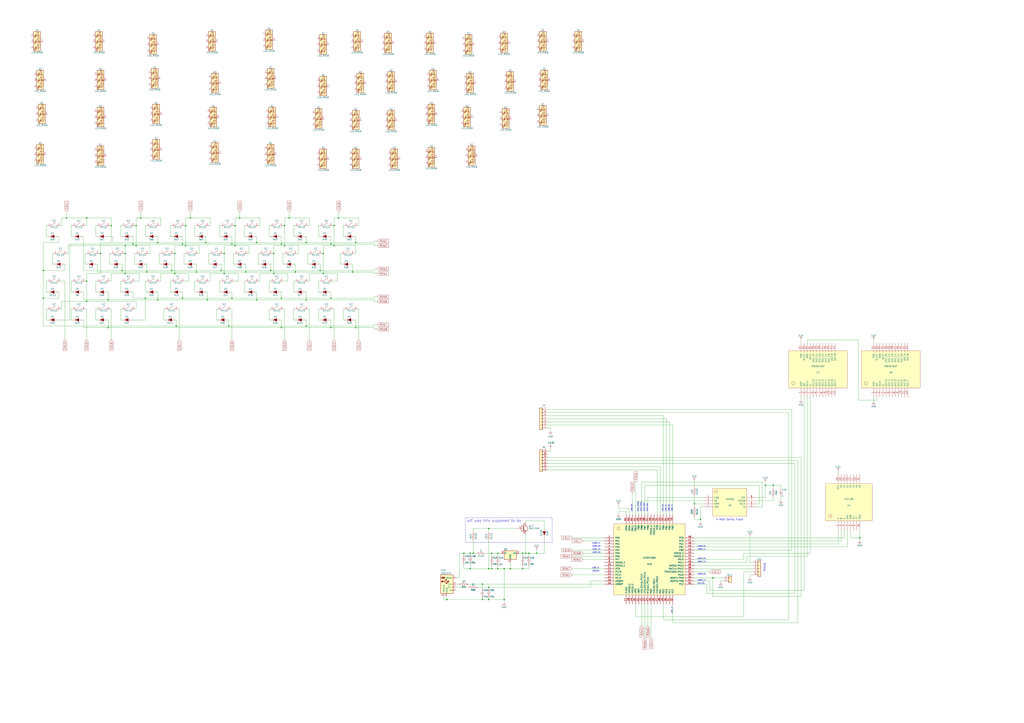
<source format=kicad_sch>
(kicad_sch (version 20250114) (generator "eeschema") (generator_version "9.0")
  (paper "A1")
  (title_block (title "Vortex Core"))
  (text "UR1_TX" (at 547.37 420.37 90) (effects (font (size 1.016 1.016)) (justify left bottom)))
  (text "wtf was this supposed to do" (at 383.54 429.26 0) (effects (font (size 2.032 2.032)) (justify left bottom)))
  (text "USR1_TX" (at 572.77 462.28 0) (effects (font (size 1.016 1.016)) (justify left bottom)))
  (text "SPI1_SEL" (at 532.13 420.37 90) (effects (font (size 1.016 1.016)) (justify left bottom)))
  (text "USR1_RX" (at 572.77 459.74 0) (effects (font (size 1.016 1.016)) (justify left bottom)))
  (text "USR1_TX" (at 486.41 452.12 0) (effects (font (size 1.016 1.016)) (justify left bottom)))
  (text "UR0_RX" (at 519.43 420.37 90) (effects (font (size 1.016 1.016)) (justify left bottom)))
  (text "USR0_TX" (at 572.77 477.52 0) (effects (font (size 1.016 1.016)) (justify left bottom)))
  (text "USR0_RX" (at 486.41 449.58 0) (effects (font (size 1.016 1.016)) (justify left bottom)))
  (text "Debug" (at 628.65 469.9 90) (effects (font (size 1.524 1.524)) (justify left bottom)))
  (text "4 Mbit Serial Flash" (at 588.01 427.99 0) (effects (font (size 1.524 1.524)) (justify left bottom)))
  (text "UR0_TX" (at 486.41 467.36 0) (effects (font (size 1.016 1.016)) (justify left bottom)))
  (text "SPI1_MOSI" (at 527.05 420.37 90) (effects (font (size 1.016 1.016)) (justify left bottom)))
  (text "USR0_RX" (at 572.77 472.44 0) (effects (font (size 1.016 1.016)) (justify left bottom)))
  (text "USR0_TX" (at 486.41 447.04 0) (effects (font (size 1.016 1.016)) (justify left bottom)))
  (text "UR0_TX" (at 552.45 420.37 90) (effects (font (size 1.016 1.016)) (justify left bottom)))
  (text "UR0_RX" (at 486.41 469.9 0) (effects (font (size 1.016 1.016)) (justify left bottom)))
  (text "UR1_TX" (at 552.45 504.19 90) (effects (font (size 1.016 1.016)) (justify left bottom)))
  (text "USR1_RX" (at 486.41 454.66 0) (effects (font (size 1.016 1.016)) (justify left bottom)))
  (text "SPI1_SCK" (at 529.59 420.37 90) (effects (font (size 1.016 1.016)) (justify left bottom)))
  (text "UR1_RX" (at 572.77 480.06 0) (effects (font (size 1.016 1.016)) (justify left bottom)))
  (text "USR0_RX" (at 572.77 449.58 0) (effects (font (size 1.016 1.016)) (justify left bottom)))
  (text "SPI1_MISO" (at 524.51 420.37 90) (effects (font (size 1.016 1.016)) (justify left bottom)))
  (text "USR0_TX" (at 572.77 452.12 0) (effects (font (size 1.016 1.016)) (justify left bottom)))
  (text "UR0_RX" (at 549.91 420.37 90) (effects (font (size 1.016 1.016)) (justify left bottom)))
  (text "UR1_RX" (at 544.83 420.37 90) (effects (font (size 1.016 1.016)) (justify left bottom)))
  (junction (at 149.86 200.66))
  (junction (at 706.12 441.96))
  (junction (at 401.32 482.6))
  (junction (at 419.1 467.36))
  (junction (at 274.32 201.93))
  (junction (at 111.76 185.42))
  (junction (at 152.4 201.93))
  (junction (at 100.33 222.25))
  (junction (at 231.14 245.11))
  (junction (at 71.12 247.65))
  (junction (at 292.1 269.24))
  (junction (at 222.25 222.25))
  (junction (at 271.78 245.11))
  (junction (at 367.03 492.76))
  (junction (at 149.86 245.11))
  (junction (at 168.91 199.39))
  (junction (at 88.9 269.24))
  (junction (at 401.32 467.36))
  (junction (at 431.8 454.66))
  (junction (at 233.68 185.42))
  (junction (at 575.31 426.72))
  (junction (at 35.56 245.11))
  (junction (at 278.13 179.07))
  (junction (at 184.15 208.28))
  (junction (at 91.44 185.42))
  (junction (at 251.46 199.39))
  (junction (at 429.26 454.66))
  (junction (at 187.96 267.97))
  (junction (at 231.14 200.66))
  (junction (at 396.24 480.06))
  (junction (at 274.32 185.42))
  (junction (at 386.08 467.36))
  (junction (at 381 454.66))
  (junction (at 193.04 201.93))
  (junction (at 265.43 224.79))
  (junction (at 161.29 223.52))
  (junction (at 88.9 246.38))
  (junction (at 210.82 246.38))
  (junction (at 408.94 454.66))
  (junction (at 242.57 223.52))
  (junction (at 570.23 414.02))
  (junction (at 193.04 185.42))
  (junction (at 386.08 454.66))
  (junction (at 82.55 208.28))
  (junction (at 401.32 434.34))
  (junction (at 265.43 208.28))
  (junction (at 414.02 492.76))
  (junction (at 71.12 231.14))
  (junction (at 408.94 467.36))
  (junction (at 251.46 267.97))
  (junction (at 190.5 245.11))
  (junction (at 129.54 246.38))
  (junction (at 54.61 179.07))
  (junction (at 237.49 179.07))
  (junction (at 190.5 200.66))
  (junction (at 271.78 200.66))
  (junction (at 440.69 454.66))
  (junction (at 271.78 269.24))
  (junction (at 152.4 185.42))
  (junction (at 292.1 199.39))
  (junction (at 201.93 223.52))
  (junction (at 210.82 199.39))
  (junction (at 403.86 454.66))
  (junction (at 144.78 267.97))
  (junction (at 109.22 200.66))
  (junction (at 231.14 269.24))
  (junction (at 396.24 492.76))
  (junction (at 181.61 222.25))
  (junction (at 129.54 199.39))
  (junction (at 388.62 454.66))
  (junction (at 403.86 467.36))
  (junction (at 111.76 201.93))
  (junction (at 224.79 224.79))
  (junction (at 429.26 467.36))
  (junction (at 635 398.78))
  (junction (at 184.15 224.79))
  (junction (at 119.38 245.11))
  (junction (at 401.32 492.76))
  (junction (at 224.79 208.28))
  (junction (at 170.18 246.38))
  (junction (at 251.46 246.38))
  (junction (at 71.12 179.07))
  (junction (at 102.87 201.93))
  (junction (at 434.34 454.66))
  (junction (at 289.56 223.52))
  (junction (at 196.85 179.07))
  (junction (at 143.51 224.79))
  (junction (at 414.02 467.36))
  (junction (at 233.68 201.93))
  (junction (at 143.51 208.28))
  (junction (at 115.57 179.07))
  (junction (at 102.87 208.28))
  (junction (at 262.89 222.25))
  (junction (at 120.65 223.52))
  (junction (at 585.47 474.98))
  (junction (at 35.56 222.25))
  (junction (at 628.65 398.78))
  (junction (at 140.97 222.25))
  (junction (at 156.21 179.07))
  (junction (at 102.87 224.79))
  (wire (pts (xy 38.1 194.31) (xy 38.1 185.42)))
  (wire (pts (xy 91.44 185.42) (xy 90.17 185.42)))
  (wire (pts (xy 585.47 474.98) (xy 594.36 474.98)))
  (wire (pts (xy 478.79 459.74) (xy 496.57 459.74)))
  (wire (pts (xy 449.58 341.63) (xy 544.83 341.63)))
  (wire (pts (xy 161.29 223.52) (xy 161.29 217.17)))
  (wire (pts (xy 210.82 199.39) (xy 210.82 194.31)))
  (wire (pts (xy 698.5 435.61) (xy 698.5 441.96)))
  (wire (pts (xy 132.08 231.14) (xy 132.08 224.79)))
  (wire (pts (xy 485.14 482.6) (xy 401.32 482.6)))
  (wire (pts (xy 91.44 185.42) (xy 91.44 199.39)))
  (wire (pts (xy 184.15 208.28) (xy 184.15 224.79)))
  (wire (pts (xy 222.25 217.17) (xy 220.98 217.17)))
  (wire (pts (xy 99.06 262.89) (xy 99.06 254)))
  (wire (pts (xy 615.95 440.69) (xy 615.95 462.28)))
  (wire (pts (xy 626.11 396.24) (xy 626.11 416.56)))
  (wire (pts (xy 575.31 426.72) (xy 575.31 429.26)))
  (wire (pts (xy 182.88 208.28) (xy 184.15 208.28)))
  (wire (pts (xy 53.34 279.4) (xy 53.34 231.14)))
  (wire (pts (xy 149.86 194.31) (xy 148.59 194.31)))
  (wire (pts (xy 384.81 480.06) (xy 396.24 480.06)))
  (wire (pts (xy 381 463.55) (xy 381 467.36)))
  (wire (pts (xy 414.02 492.76) (xy 414.02 495.3)))
  (wire (pts (xy 367.03 492.76) (xy 396.24 492.76)))
  (wire (pts (xy 241.3 194.31) (xy 241.3 185.42)))
  (wire (pts (xy 171.45 208.28) (xy 172.72 208.28)))
  (wire (pts (xy 261.62 194.31) (xy 261.62 185.42)))
  (wire (pts (xy 374.65 480.06) (xy 377.19 480.06)))
  (wire (pts (xy 43.18 208.28) (xy 44.45 208.28)))
  (wire (pts (xy 48.26 245.11) (xy 48.26 240.03)))
  (wire (pts (xy 615.95 472.44) (xy 615.95 474.98)))
  (wire (pts (xy 181.61 240.03) (xy 180.34 240.03)))
  (wire (pts (xy 717.55 330.2) (xy 717.55 326.39)))
  (wire (pts (xy 449.58 370.84) (xy 452.12 370.84)))
  (wire (pts (xy 139.7 231.14) (xy 140.97 231.14)))
  (wire (pts (xy 307.34 224.79) (xy 307.34 223.52)))
  (wire (pts (xy 78.74 194.31) (xy 78.74 185.42)))
  (wire (pts (xy 144.78 267.97) (xy 187.96 267.97)))
  (wire (pts (xy 204.47 208.28) (xy 203.2 208.28)))
  (wire (pts (xy 82.55 224.79) (xy 71.12 224.79)))
  (wire (pts (xy 292.1 201.93) (xy 292.1 208.28)))
  (wire (pts (xy 628.65 396.24) (xy 628.65 398.78)))
  (wire (pts (xy 39.37 262.89) (xy 38.1 262.89)))
  (wire (pts (xy 623.57 414.02) (xy 621.03 414.02)))
  (wire (pts (xy 140.97 222.25) (xy 140.97 217.17)))
  (wire (pts (xy 309.88 247.65) (xy 307.34 247.65)))
  (wire (pts (xy 449.58 351.79) (xy 452.12 351.79)))
  (wire (pts (xy 233.68 179.07) (xy 237.49 179.07)))
  (wire (pts (xy 129.54 240.03) (xy 128.27 240.03)))
  (wire (pts (xy 132.08 224.79) (xy 143.51 224.79)))
  (wire (pts (xy 309.88 243.84) (xy 307.34 243.84)))
  (wire (pts (xy 582.93 469.9) (xy 570.23 469.9)))
  (wire (pts (xy 570.23 449.58) (xy 695.96 449.58)))
  (wire (pts (xy 48.26 199.39) (xy 48.26 194.31)))
  (wire (pts (xy 610.87 459.74) (xy 610.87 454.66)))
  (wire (pts (xy 250.19 240.03) (xy 251.46 240.03)))
  (wire (pts (xy 50.8 254) (xy 49.53 254)))
  (wire (pts (xy 55.88 201.93) (xy 55.88 208.28)))
  (wire (pts (xy 171.45 217.17) (xy 171.45 208.28)))
  (wire (pts (xy 210.82 194.31) (xy 209.55 194.31)))
  (wire (pts (xy 163.83 208.28) (xy 162.56 208.28)))
  (wire (pts (xy 532.13 408.94) (xy 577.85 408.94)))
  (wire (pts (xy 401.32 482.6) (xy 392.43 482.6)))
  (wire (pts (xy 485.14 477.52) (xy 485.14 482.6)))
  (wire (pts (xy 180.34 240.03) (xy 180.34 231.14)))
  (wire (pts (xy 213.36 217.17) (xy 212.09 217.17)))
  (wire (pts (xy 294.64 179.07) (xy 294.64 185.42)))
  (wire (pts (xy 251.46 240.03) (xy 251.46 246.38)))
  (wire (pts (xy 529.59 524.51) (xy 529.59 496.57)))
  (wire (pts (xy 115.57 179.07) (xy 115.57 173.99)))
  (wire (pts (xy 220.98 194.31) (xy 220.98 185.42)))
  (wire (pts (xy 35.56 245.11) (xy 48.26 245.11)))
  (wire (pts (xy 254 254) (xy 254 279.4)))
  (wire (pts (xy 570.23 441.96) (xy 693.42 441.96)))
  (wire (pts (xy 59.69 194.31) (xy 58.42 194.31)))
  (wire (pts (xy 408.94 467.36) (xy 408.94 464.82)))
  (wire (pts (xy 210.82 246.38) (xy 210.82 240.03)))
  (wire (pts (xy 233.68 179.07) (xy 233.68 185.42)))
  (wire (pts (xy 283.21 262.89) (xy 281.94 262.89)))
  (wire (pts (xy 251.46 199.39) (xy 292.1 199.39)))
  (wire (pts (xy 69.85 208.28) (xy 71.12 208.28)))
  (wire (pts (xy 142.24 208.28) (xy 143.51 208.28)))
  (wire (pts (xy 143.51 224.79) (xy 154.94 224.79)))
  (wire (pts (xy 717.55 279.4) (xy 717.55 281.94)))
  (wire (pts (xy 233.68 201.93) (xy 245.11 201.93)))
  (wire (pts (xy 539.75 386.08) (xy 449.58 386.08)))
  (wire (pts (xy 252.73 231.14) (xy 254 231.14)))
  (wire (pts (xy 91.44 217.17) (xy 90.17 217.17)))
  (wire (pts (xy 91.44 199.39) (xy 82.55 199.39)))
  (wire (pts (xy 193.04 201.93) (xy 204.47 201.93)))
  (wire (pts (xy 68.58 246.38) (xy 68.58 240.03)))
  (wire (pts (xy 140.97 194.31) (xy 139.7 194.31)))
  (wire (pts (xy 213.36 231.14) (xy 213.36 224.79)))
  (wire (pts (xy 184.15 201.93) (xy 184.15 208.28)))
  (wire (pts (xy 71.12 179.07) (xy 91.44 179.07)))
  (wire (pts (xy 521.97 506.73) (xy 521.97 496.57)))
  (wire (pts (xy 49.53 185.42) (xy 50.8 185.42)))
  (wire (pts (xy 570.23 426.72) (xy 575.31 426.72)))
  (wire (pts (xy 610.87 469.9) (xy 610.87 506.73)))
  (wire (pts (xy 532.13 408.94) (xy 532.13 422.91)))
  (wire (pts (xy 144.78 267.97) (xy 144.78 262.89)))
  (wire (pts (xy 102.87 208.28) (xy 102.87 224.79)))
  (wire (pts (xy 186.69 262.89) (xy 187.96 262.89)))
  (wire (pts (xy 278.13 179.07) (xy 294.64 179.07)))
  (wire (pts (xy 161.29 194.31) (xy 160.02 194.31)))
  (wire (pts (xy 129.54 194.31) (xy 128.27 194.31)))
  (wire (pts (xy 534.67 524.51) (xy 534.67 496.57)))
  (wire (pts (xy 152.4 217.17) (xy 151.13 217.17)))
  (wire (pts (xy 119.38 194.31) (xy 119.38 185.42)))
  (wire (pts (xy 129.54 246.38) (xy 170.18 246.38)))
  (wire (pts (xy 193.04 217.17) (xy 191.77 217.17)))
  (wire (pts (xy 610.87 506.73) (xy 521.97 506.73)))
  (wire (pts (xy 580.39 480.06) (xy 570.23 480.06)))
  (wire (pts (xy 109.22 200.66) (xy 149.86 200.66)))
  (wire (pts (xy 271.78 200.66) (xy 307.34 200.66)))
  (wire (pts (xy 48.26 194.31) (xy 46.99 194.31)))
  (wire (pts (xy 591.82 477.52) (xy 591.82 478.79)))
  (wire (pts (xy 570.23 394.97) (xy 570.23 400.05)))
  (wire (pts (xy 693.42 441.96) (xy 693.42 435.61)))
  (wire (pts (xy 222.25 194.31) (xy 220.98 194.31)))
  (wire (pts (xy 449.58 336.55) (xy 650.24 336.55)))
  (wire (pts (xy 294.64 279.4) (xy 294.64 254)))
  (wire (pts (xy 449.58 349.25) (xy 552.45 349.25)))
  (wire (pts (xy 401.32 492.76) (xy 401.32 491.49)))
  (wire (pts (xy 80.01 262.89) (xy 78.74 262.89)))
  (wire (pts (xy 628.65 408.94) (xy 621.03 408.94)))
  (wire (pts (xy 524.51 411.48) (xy 524.51 422.91)))
  (wire (pts (xy 99.06 240.03) (xy 99.06 231.14)))
  (wire (pts (xy 241.3 240.03) (xy 241.3 231.14)))
  (wire (pts (xy 177.8 254) (xy 179.07 254)))
  (wire (pts (xy 242.57 194.31) (xy 241.3 194.31)))
  (wire (pts (xy 274.32 279.4) (xy 274.32 254)))
  (wire (pts (xy 396.24 483.87) (xy 396.24 480.06)))
  (wire (pts (xy 53.34 217.17) (xy 53.34 222.25)))
  (wire (pts (xy 88.9 240.03) (xy 87.63 240.03)))
  (wire (pts (xy 88.9 262.89) (xy 88.9 269.24)))
  (wire (pts (xy 662.94 279.4) (xy 662.94 281.94)))
  (wire (pts (xy 71.12 254) (xy 69.85 254)))
  (polyline (pts (xy 453.39 445.77) (xy 453.39 425.45)) (stroke (width 0) (type dash)))
  (wire (pts (xy 53.34 222.25) (xy 35.56 222.25)))
  (wire (pts (xy 429.26 454.66) (xy 431.8 454.66)))
  (wire (pts (xy 388.62 444.5) (xy 388.62 454.66)))
  (wire (pts (xy 521.97 422.91) (xy 521.97 396.24)))
  (wire (pts (xy 139.7 185.42) (xy 140.97 185.42)))
  (wire (pts (xy 469.9 441.96) (xy 496.57 441.96)))
  (wire (pts (xy 180.34 185.42) (xy 181.61 185.42)))
  (wire (pts (xy 119.38 231.14) (xy 120.65 231.14)))
  (wire (pts (xy 181.61 222.25) (xy 181.61 217.17)))
  (wire (pts (xy 100.33 217.17) (xy 100.33 222.25)))
  (wire (pts (xy 292.1 269.24) (xy 307.34 269.24)))
  (wire (pts (xy 181.61 222.25) (xy 222.25 222.25)))
  (wire (pts (xy 447.04 427.99) (xy 447.04 434.34)))
  (wire (pts (xy 570.23 462.28) (xy 613.41 462.28)))
  (wire (pts (xy 401.32 434.34) (xy 401.32 436.88)))
  (wire (pts (xy 386.08 454.66) (xy 388.62 454.66)))
  (wire (pts (xy 469.9 457.2) (xy 496.57 457.2)))
  (wire (pts (xy 111.76 185.42) (xy 110.49 185.42)))
  (wire (pts (xy 309.88 198.12) (xy 307.34 198.12)))
  (wire (pts (xy 635 398.78) (xy 641.35 398.78)))
  (wire (pts (xy 294.64 185.42) (xy 293.37 185.42)))
  (wire (pts (xy 140.97 240.03) (xy 139.7 240.03)))
  (wire (pts (xy 585.47 490.22) (xy 585.47 474.98)))
  (wire (pts (xy 527.05 514.35) (xy 527.05 496.57)))
  (wire (pts (xy 281.94 194.31) (xy 281.94 185.42)))
  (wire (pts (xy 223.52 208.28) (xy 224.79 208.28)))
  (wire (pts (xy 99.06 231.14) (xy 100.33 231.14)))
  (wire (pts (xy 401.32 434.34) (xy 424.18 434.34)))
  (wire (pts (xy 78.74 240.03) (xy 78.74 231.14)))
  (wire (pts (xy 190.5 200.66) (xy 231.14 200.66)))
  (wire (pts (xy 111.76 179.07) (xy 115.57 179.07)))
  (wire (pts (xy 251.46 262.89) (xy 251.46 267.97)))
  (wire (pts (xy 309.88 266.7) (xy 307.34 266.7)))
  (wire (pts (xy 220.98 262.89) (xy 220.98 254)))
  (wire (pts (xy 582.93 485.14) (xy 582.93 477.52)))
  (wire (pts (xy 690.88 444.5) (xy 690.88 435.61)))
  (wire (pts (xy 381 467.36) (xy 386.08 467.36)))
  (wire (pts (xy 179.07 262.89) (xy 177.8 262.89)))
  (wire (pts (xy 135.89 262.89) (xy 134.62 262.89)))
  (wire (pts (xy 570.23 414.02) (xy 570.23 416.56)))
  (wire (pts (xy 294.64 254) (xy 293.37 254)))
  (wire (pts (xy 196.85 173.99) (xy 196.85 179.07)))
  (wire (pts (xy 655.32 378.46) (xy 655.32 511.81)))
  (wire (pts (xy 111.76 247.65) (xy 111.76 254)))
  (wire (pts (xy 262.89 194.31) (xy 261.62 194.31)))
  (wire (pts (xy 570.23 467.36) (xy 618.49 467.36)))
  (wire (pts (xy 309.88 201.93) (xy 307.34 201.93)))
  (wire (pts (xy 134.62 254) (xy 135.89 254)))
  (wire (pts (xy 615.95 462.28) (xy 618.49 462.28)))
  (wire (pts (xy 449.58 339.09) (xy 647.7 339.09)))
  (wire (pts (xy 618.49 472.44) (xy 615.95 472.44)))
  (wire (pts (xy 231.14 245.11) (xy 231.14 240.03)))
  (wire (pts (xy 374.65 482.6) (xy 384.81 482.6)))
  (wire (pts (xy 152.4 201.93) (xy 163.83 201.93)))
  (wire (pts (xy 91.44 231.14) (xy 91.44 224.79)))
  (wire (pts (xy 129.54 199.39) (xy 168.91 199.39)))
  (wire (pts (xy 35.56 199.39) (xy 48.26 199.39)))
  (wire (pts (xy 242.57 240.03) (xy 241.3 240.03)))
  (wire (pts (xy 161.29 223.52) (xy 201.93 223.52)))
  (wire (pts (xy 273.05 185.42) (xy 274.32 185.42)))
  (wire (pts (xy 307.34 266.7) (xy 307.34 267.97)))
  (wire (pts (xy 274.32 254) (xy 273.05 254)))
  (wire (pts (xy 440.69 452.12) (xy 440.69 454.66)))
  (wire (pts (xy 431.8 454.66) (xy 431.8 439.42)))
  (wire (pts (xy 539.75 422.91) (xy 539.75 386.08)))
  (wire (pts (xy 292.1 194.31) (xy 292.1 199.39)))
  (wire (pts (xy 58.42 240.03) (xy 58.42 231.14)))
  (wire (pts (xy 80.01 217.17) (xy 78.74 217.17)))
  (wire (pts (xy 431.8 454.66) (xy 434.34 454.66)))
  (wire (pts (xy 289.56 217.17) (xy 289.56 223.52)))
  (wire (pts (xy 35.56 222.25) (xy 35.56 245.11)))
  (wire (pts (xy 172.72 231.14) (xy 172.72 224.79)))
  (wire (pts (xy 109.22 240.03) (xy 109.22 245.11)))
  (wire (pts (xy 110.49 231.14) (xy 114.3 231.14)))
  (wire (pts (xy 99.06 185.42) (xy 100.33 185.42)))
  (wire (pts (xy 307.34 198.12) (xy 307.34 199.39)))
  (wire (pts (xy 496.57 477.52) (xy 485.14 477.52)))
  (wire (pts (xy 180.34 194.31) (xy 180.34 185.42)))
  (wire (pts (xy 55.88 208.28) (xy 54.61 208.28)))
  (wire (pts (xy 704.85 328.93) (xy 704.85 279.4)))
  (wire (pts (xy 281.94 254) (xy 283.21 254)))
  (wire (pts (xy 88.9 246.38) (xy 129.54 246.38)))
  (wire (pts (xy 514.35 422.91) (xy 514.35 420.37)))
  (wire (pts (xy 273.05 231.14) (xy 276.86 231.14)))
  (wire (pts (xy 139.7 240.03) (xy 139.7 231.14)))
  (wire (pts (xy 224.79 201.93) (xy 233.68 201.93)))
  (wire (pts (xy 401.32 467.36) (xy 403.86 467.36)))
  (wire (pts (xy 628.65 398.78) (xy 635 398.78)))
  (wire (pts (xy 91.44 279.4) (xy 91.44 254)))
  (wire (pts (xy 222.25 222.25) (xy 262.89 222.25)))
  (wire (pts (xy 688.34 387.35) (xy 688.34 389.89)))
  (wire (pts (xy 290.83 194.31) (xy 292.1 194.31)))
  (wire (pts (xy 78.74 231.14) (xy 80.01 231.14)))
  (wire (pts (xy 224.79 201.93) (xy 224.79 208.28)))
  (wire (pts (xy 621.03 411.48) (xy 635 411.48)))
  (wire (pts (xy 212.09 231.14) (xy 213.36 231.14)))
  (wire (pts (xy 431.8 429.26) (xy 431.8 427.99)))
  (wire (pts (xy 660.4 485.14) (xy 582.93 485.14)))
  (wire (pts (xy 408.94 454.66) (xy 411.48 454.66)))
  (wire (pts (xy 429.26 467.36) (xy 434.34 467.36)))
  (wire (pts (xy 262.89 240.03) (xy 261.62 240.03)))
  (wire (pts (xy 241.3 185.42) (xy 242.57 185.42)))
  (wire (pts (xy 101.6 208.28) (xy 102.87 208.28)))
  (wire (pts (xy 92.71 199.39) (xy 129.54 199.39)))
  (wire (pts (xy 147.32 254) (xy 146.05 254)))
  (wire (pts (xy 181.61 217.17) (xy 180.34 217.17)))
  (wire (pts (xy 252.73 254) (xy 254 254)))
  (wire (pts (xy 59.69 262.89) (xy 58.42 262.89)))
  (wire (pts (xy 115.57 179.07) (xy 132.08 179.07)))
  (wire (pts (xy 193.04 179.07) (xy 193.04 185.42)))
  (wire (pts (xy 594.36 477.52) (xy 591.82 477.52)))
  (wire (pts (xy 233.68 217.17) (xy 232.41 217.17)))
  (wire (pts (xy 144.78 262.89) (xy 143.51 262.89)))
  (wire (pts (xy 119.38 262.89) (xy 119.38 245.11)))
  (wire (pts (xy 100.33 194.31) (xy 99.06 194.31)))
  (wire (pts (xy 434.34 454.66) (xy 434.34 457.2)))
  (wire (pts (xy 280.67 217.17) (xy 279.4 217.17)))
  (wire (pts (xy 54.61 179.07) (xy 71.12 179.07)))
  (wire (pts (xy 449.58 381) (xy 652.78 381)))
  (wire (pts (xy 111.76 201.93) (xy 123.19 201.93)))
  (wire (pts (xy 38.1 262.89) (xy 38.1 254)))
  (wire (pts (xy 99.06 194.31) (xy 99.06 185.42)))
  (wire (pts (xy 99.06 217.17) (xy 100.33 217.17)))
  (wire (pts (xy 386.08 467.36) (xy 401.32 467.36)))
  (wire (pts (xy 119.38 245.11) (xy 149.86 245.11)))
  (wire (pts (xy 262.89 222.25) (xy 262.89 217.17)))
  (wire (pts (xy 191.77 208.28) (xy 193.04 208.28)))
  (wire (pts (xy 151.13 231.14) (xy 154.94 231.14)))
  (wire (pts (xy 251.46 199.39) (xy 251.46 194.31)))
  (wire (pts (xy 265.43 201.93) (xy 265.43 208.28)))
  (wire (pts (xy 231.14 240.03) (xy 229.87 240.03)))
  (wire (pts (xy 626.11 416.56) (xy 621.03 416.56)))
  (wire (pts (xy 220.98 231.14) (xy 222.25 231.14)))
  (wire (pts (xy 570.23 459.74) (xy 610.87 459.74)))
  (wire (pts (xy 71.12 224.79) (xy 71.12 231.14)))
  (wire (pts (xy 191.77 185.42) (xy 193.04 185.42)))
  (wire (pts (xy 80.01 223.52) (xy 80.01 217.17)))
  (wire (pts (xy 429.26 467.36) (xy 429.26 464.82)))
  (wire (pts (xy 264.16 208.28) (xy 265.43 208.28)))
  (wire (pts (xy 431.8 427.99) (xy 447.04 427.99)))
  (wire (pts (xy 233.68 279.4) (xy 233.68 254)))
  (wire (pts (xy 641.35 398.78) (xy 641.35 401.32)))
  (wire (pts (xy 222.25 262.89) (xy 220.98 262.89)))
  (wire (pts (xy 388.62 434.34) (xy 401.32 434.34)))
  (wire (pts (xy 190.5 240.03) (xy 189.23 240.03)))
  (wire (pts (xy 191.77 231.14) (xy 195.58 231.14)))
  (wire (pts (xy 191.77 217.17) (xy 191.77 208.28)))
  (wire (pts (xy 271.78 240.03) (xy 270.51 240.03)))
  (wire (pts (xy 254 217.17) (xy 252.73 217.17)))
  (wire (pts (xy 447.04 454.66) (xy 447.04 441.96)))
  (wire (pts (xy 213.36 179.07) (xy 213.36 185.42)))
  (wire (pts (xy 48.26 240.03) (xy 46.99 240.03)))
  (wire (pts (xy 68.58 222.25) (xy 100.33 222.25)))
  (wire (pts (xy 232.41 231.14) (xy 236.22 231.14)))
  (wire (pts (xy 114.3 231.14) (xy 114.3 224.79)))
  (wire (pts (xy 650.24 452.12) (xy 570.23 452.12)))
  (wire (pts (xy 414.02 467.36) (xy 414.02 492.76)))
  (wire (pts (xy 575.31 416.56) (xy 575.31 426.72)))
  (wire (pts (xy 398.78 454.66) (xy 403.86 454.66)))
  (wire (pts (xy 224.79 224.79) (xy 236.22 224.79)))
  (wire (pts (xy 408.94 467.36) (xy 414.02 467.36)))
  (wire (pts (xy 149.86 194.31) (xy 149.86 200.66)))
  (wire (pts (xy 377.19 454.66) (xy 377.19 474.98)))
  (wire (pts (xy 130.81 217.17) (xy 130.81 208.28)))
  (wire (pts (xy 508 415.29) (xy 508 417.83)))
  (wire (pts (xy 274.32 185.42) (xy 274.32 201.93)))
  (wire (pts (xy 190.5 194.31) (xy 189.23 194.31)))
  (wire (pts (xy 377.19 474.98) (xy 374.65 474.98)))
  (wire (pts (xy 38.1 231.14) (xy 39.37 231.14)))
  (wire (pts (xy 35.56 267.97) (xy 144.78 267.97)))
  (wire (pts (xy 618.49 469.9) (xy 610.87 469.9)))
  (wire (pts (xy 87.63 262.89) (xy 88.9 262.89)))
  (wire (pts (xy 241.3 254) (xy 242.57 254)))
  (wire (pts (xy 201.93 194.31) (xy 200.66 194.31)))
  (wire (pts (xy 570.23 474.98) (xy 585.47 474.98)))
  (wire (pts (xy 570.23 424.18) (xy 570.23 426.72)))
  (wire (pts (xy 55.88 201.93) (xy 102.87 201.93)))
  (wire (pts (xy 132.08 185.42) (xy 130.81 185.42)))
  (wire (pts (xy 449.58 344.17) (xy 547.37 344.17)))
  (wire (pts (xy 132.08 179.07) (xy 132.08 185.42)))
  (wire (pts (xy 613.41 457.2) (xy 662.94 457.2)))
  (wire (pts (xy 90.17 208.28) (xy 91.44 208.28)))
  (wire (pts (xy 68.58 269.24) (xy 68.58 262.89)))
  (wire (pts (xy 434.34 467.36) (xy 434.34 464.82)))
  (wire (pts (xy 403.86 457.2) (xy 403.86 454.66)))
  (wire (pts (xy 143.51 201.93) (xy 152.4 201.93)))
  (wire (pts (xy 274.32 201.93) (xy 292.1 201.93)))
  (wire (pts (xy 68.58 262.89) (xy 67.31 262.89)))
  (wire (pts (xy 57.15 200.66) (xy 109.22 200.66)))
  (wire (pts (xy 254 179.07) (xy 254 185.42)))
  (wire (pts (xy 292.1 269.24) (xy 292.1 262.89)))
  (wire (pts (xy 68.58 269.24) (xy 88.9 269.24)))
  (wire (pts (xy 307.34 247.65) (xy 307.34 246.38)))
  (wire (pts (xy 434.34 454.66) (xy 440.69 454.66)))
  (wire (pts (xy 252.73 217.17) (xy 252.73 208.28)))
  (wire (pts (xy 232.41 208.28) (xy 233.68 208.28)))
  (wire (pts (xy 254 185.42) (xy 252.73 185.42)))
  (wire (pts (xy 401.32 483.87) (xy 401.32 482.6)))
  (wire (pts (xy 140.97 222.25) (xy 181.61 222.25)))
  (wire (pts (xy 396.24 492.76) (xy 401.32 492.76)))
  (wire (pts (xy 647.7 509.27) (xy 544.83 509.27)))
  (wire (pts (xy 50.8 247.65) (xy 50.8 254)))
  (wire (pts (xy 706.12 441.96) (xy 706.12 444.5)))
  (wire (pts (xy 388.62 436.88) (xy 388.62 434.34)))
  (wire (pts (xy 210.82 240.03) (xy 209.55 240.03)))
  (wire (pts (xy 58.42 231.14) (xy 59.69 231.14)))
  (wire (pts (xy 149.86 200.66) (xy 190.5 200.66)))
  (wire (pts (xy 647.7 339.09) (xy 647.7 509.27)))
  (wire (pts (xy 184.15 224.79) (xy 195.58 224.79)))
  (wire (pts (xy 547.37 344.17) (xy 547.37 422.91)))
  (wire (pts (xy 90.17 217.17) (xy 90.17 208.28)))
  (wire (pts (xy 78.74 185.42) (xy 80.01 185.42)))
  (wire (pts (xy 43.18 217.17) (xy 43.18 208.28)))
  (wire (pts (xy 107.95 262.89) (xy 119.38 262.89)))
  (wire (pts (xy 514.35 420.37) (xy 508 420.37)))
  (wire (pts (xy 129.54 246.38) (xy 129.54 240.03)))
  (wire (pts (xy 449.58 375.92) (xy 657.86 375.92)))
  (wire (pts (xy 610.87 454.66) (xy 665.48 454.66)))
  (wire (pts (xy 265.43 201.93) (xy 274.32 201.93)))
  (wire (pts (xy 532.13 496.57) (xy 532.13 514.35)))
  (wire (pts (xy 236.22 231.14) (xy 236.22 224.79)))
  (wire (pts (xy 170.18 246.38) (xy 210.82 246.38)))
  (wire (pts (xy 242.57 262.89) (xy 241.3 262.89)))
  (wire (pts (xy 160.02 185.42) (xy 161.29 185.42)))
  (wire (pts (xy 69.85 217.17) (xy 69.85 208.28)))
  (wire (pts (xy 119.38 185.42) (xy 120.65 185.42)))
  (wire (pts (xy 180.34 231.14) (xy 181.61 231.14)))
  (wire (pts (xy 154.94 224.79) (xy 154.94 231.14)))
  (polyline (pts (xy 453.39 425.45) (xy 382.27 425.45)) (stroke (width 0) (type dash)))
  (wire (pts (xy 529.59 398.78) (xy 623.57 398.78)))
  (wire (pts (xy 261.62 240.03) (xy 261.62 231.14)))
  (wire (pts (xy 129.54 194.31) (xy 129.54 199.39)))
  (wire (pts (xy 635 398.78) (xy 635 401.32)))
  (wire (pts (xy 237.49 179.07) (xy 254 179.07)))
  (wire (pts (xy 110.49 217.17) (xy 110.49 208.28)))
  (wire (pts (xy 92.71 199.39) (xy 92.71 194.31)))
  (wire (pts (xy 233.68 254) (xy 232.41 254)))
  (wire (pts (xy 469.9 452.12) (xy 496.57 452.12)))
  (wire (pts (xy 71.12 231.14) (xy 69.85 231.14)))
  (wire (pts (xy 292.1 262.89) (xy 290.83 262.89)))
  (wire (pts (xy 449.58 346.71) (xy 549.91 346.71)))
  (wire (pts (xy 201.93 223.52) (xy 201.93 217.17)))
  (wire (pts (xy 68.58 246.38) (xy 88.9 246.38)))
  (wire (pts (xy 149.86 245.11) (xy 149.86 240.03)))
  (wire (pts (xy 262.89 217.17) (xy 261.62 217.17)))
  (wire (pts (xy 516.89 417.83) (xy 516.89 422.91)))
  (wire (pts (xy 190.5 194.31) (xy 190.5 200.66)))
  (wire (pts (xy 120.65 194.31) (xy 119.38 194.31)))
  (wire (pts (xy 364.49 490.22) (xy 364.49 492.76)))
  (wire (pts (xy 143.51 201.93) (xy 143.51 208.28)))
  (wire (pts (xy 193.04 179.07) (xy 196.85 179.07)))
  (wire (pts (xy 119.38 240.03) (xy 119.38 231.14)))
  (wire (pts (xy 309.88 270.51) (xy 307.34 270.51)))
  (wire (pts (xy 283.21 194.31) (xy 281.94 194.31)))
  (wire (pts (xy 381 454.66) (xy 386.08 454.66)))
  (wire (pts (xy 190.5 254) (xy 189.23 254)))
  (wire (pts (xy 429.26 457.2) (xy 429.26 454.66)))
  (wire (pts (xy 452.12 370.84) (xy 452.12 368.3)))
  (wire (pts (xy 377.19 454.66) (xy 381 454.66)))
  (wire (pts (xy 44.45 217.17) (xy 43.18 217.17)))
  (wire (pts (xy 233.68 185.42) (xy 233.68 201.93)))
  (wire (pts (xy 220.98 254) (xy 222.25 254)))
  (wire (pts (xy 210.82 199.39) (xy 251.46 199.39)))
  (wire (pts (xy 92.71 194.31) (xy 87.63 194.31)))
  (wire (pts (xy 544.83 509.27) (xy 544.83 496.57)))
  (wire (pts (xy 69.85 185.42) (xy 71.12 185.42)))
  (wire (pts (xy 271.78 245.11) (xy 307.34 245.11)))
  (wire (pts (xy 71.12 247.65) (xy 111.76 247.65)))
  (wire (pts (xy 403.86 454.66) (xy 408.94 454.66)))
  (wire (pts (xy 655.32 511.81) (xy 552.45 511.81)))
  (wire (pts (xy 449.58 383.54) (xy 542.29 383.54)))
  (wire (pts (xy 414.02 467.36) (xy 419.1 467.36)))
  (wire (pts (xy 641.35 408.94) (xy 641.35 411.48)))
  (wire (pts (xy 261.62 231.14) (xy 262.89 231.14)))
  (wire (pts (xy 111.76 185.42) (xy 111.76 201.93)))
  (wire (pts (xy 688.34 447.04) (xy 688.34 435.61)))
  (wire (pts (xy 171.45 231.14) (xy 172.72 231.14)))
  (wire (pts (xy 508 420.37) (xy 508 422.91)))
  (wire (pts (xy 120.65 217.17) (xy 119.38 217.17)))
  (wire (pts (xy 652.78 487.68) (xy 580.39 487.68)))
  (wire (pts (xy 172.72 179.07) (xy 172.72 185.42)))
  (wire (pts (xy 720.09 328.93) (xy 704.85 328.93)))
  (wire (pts (xy 39.37 240.03) (xy 38.1 240.03)))
  (wire (pts (xy 401.32 444.5) (xy 401.32 467.36)))
  (wire (pts (xy 309.88 224.79) (xy 307.34 224.79)))
  (wire (pts (xy 147.32 279.4) (xy 147.32 254)))
  (wire (pts (xy 232.41 185.42) (xy 233.68 185.42)))
  (wire (pts (xy 274.32 179.07) (xy 278.13 179.07)))
  (wire (pts (xy 552.45 511.81) (xy 552.45 496.57)))
  (wire (pts (xy 71.12 231.14) (xy 71.12 247.65)))
  (wire (pts (xy 252.73 208.28) (xy 254 208.28)))
  (wire (pts (xy 570.23 444.5) (xy 690.88 444.5)))
  (wire (pts (xy 149.86 245.11) (xy 190.5 245.11)))
  (wire (pts (xy 35.56 199.39) (xy 35.56 222.25)))
  (wire (pts (xy 231.14 194.31) (xy 229.87 194.31)))
  (wire (pts (xy 265.43 208.28) (xy 265.43 224.79)))
  (wire (pts (xy 419.1 467.36) (xy 429.26 467.36)))
  (wire (pts (xy 123.19 201.93) (xy 123.19 208.28)))
  (wire (pts (xy 570.23 407.67) (xy 570.23 414.02)))
  (wire (pts (xy 652.78 381) (xy 652.78 487.68)))
  (wire (pts (xy 71.12 279.4) (xy 71.12 254)))
  (wire (pts (xy 59.69 240.03) (xy 58.42 240.03)))
  (wire (pts (xy 222.25 240.03) (xy 220.98 240.03)))
  (wire (pts (xy 251.46 194.31) (xy 250.19 194.31)))
  (wire (pts (xy 618.49 464.82) (xy 570.23 464.82)))
  (wire (pts (xy 449.58 378.46) (xy 655.32 378.46)))
  (wire (pts (xy 134.62 262.89) (xy 134.62 254)))
  (wire (pts (xy 151.13 185.42) (xy 152.4 185.42)))
  (wire (pts (xy 57.15 262.89) (xy 46.99 262.89)))
  (wire (pts (xy 58.42 262.89) (xy 58.42 254)))
  (wire (pts (xy 292.1 208.28) (xy 290.83 208.28)))
  (wire (pts (xy 170.18 240.03) (xy 168.91 240.03)))
  (wire (pts (xy 426.72 454.66) (xy 429.26 454.66)))
  (wire (pts (xy 54.61 173.99) (xy 54.61 179.07)))
  (wire (pts (xy 657.86 490.22) (xy 585.47 490.22)))
  (wire (pts (xy 102.87 224.79) (xy 114.3 224.79)))
  (wire (pts (xy 187.96 262.89) (xy 187.96 267.97)))
  (wire (pts (xy 181.61 194.31) (xy 180.34 194.31)))
  (wire (pts (xy 102.87 201.93) (xy 102.87 208.28)))
  (wire (pts (xy 58.42 254) (xy 59.69 254)))
  (wire (pts (xy 57.15 200.66) (xy 57.15 262.89)))
  (wire (pts (xy 68.58 240.03) (xy 67.31 240.03)))
  (wire (pts (xy 152.4 179.07) (xy 152.4 185.42)))
  (wire (pts (xy 262.89 262.89) (xy 261.62 262.89)))
  (wire (pts (xy 529.59 398.78) (xy 529.59 422.91)))
  (wire (pts (xy 200.66 240.03) (xy 200.66 231.14)))
  (wire (pts (xy 102.87 201.93) (xy 111.76 201.93)))
  (wire (pts (xy 364.49 492.76) (xy 367.03 492.76)))
  (wire (pts (xy 78.74 262.89) (xy 78.74 254)))
  (wire (pts (xy 39.37 194.31) (xy 38.1 194.31)))
  (wire (pts (xy 212.09 208.28) (xy 213.36 208.28)))
  (wire (pts (xy 80.01 240.03) (xy 78.74 240.03)))
  (wire (pts (xy 237.49 179.07) (xy 237.49 173.99)))
  (wire (pts (xy 519.43 422.91) (xy 519.43 405.13)))
  (wire (pts (xy 224.79 208.28) (xy 224.79 224.79)))
  (wire (pts (xy 91.44 179.07) (xy 91.44 185.42)))
  (wire (pts (xy 582.93 477.52) (xy 570.23 477.52)))
  (wire (pts (xy 242.57 217.17) (xy 241.3 217.17)))
  (wire (pts (xy 704.85 279.4) (xy 662.94 279.4)))
  (wire (pts (xy 241.3 231.14) (xy 242.57 231.14)))
  (wire (pts (xy 250.19 262.89) (xy 251.46 262.89)))
  (wire (pts (xy 367.03 490.22) (xy 367.03 492.76)))
  (wire (pts (xy 80.01 194.31) (xy 78.74 194.31)))
  (wire (pts (xy 270.51 262.89) (xy 271.78 262.89)))
  (wire (pts (xy 160.02 240.03) (xy 160.02 231.14)))
  (wire (pts (xy 52.07 217.17) (xy 53.34 217.17)))
  (wire (pts (xy 270.51 194.31) (xy 271.78 194.31)))
  (wire (pts (xy 109.22 194.31) (xy 107.95 194.31)))
  (wire (pts (xy 200.66 194.31) (xy 200.66 185.42)))
  (wire (pts (xy 201.93 223.52) (xy 242.57 223.52)))
  (wire (pts (xy 177.8 262.89) (xy 177.8 254)))
  (wire (pts (xy 720.09 326.39) (xy 720.09 328.93)))
  (wire (pts (xy 190.5 245.11) (xy 231.14 245.11)))
  (wire (pts (xy 109.22 245.11) (xy 119.38 245.11)))
  (wire (pts (xy 220.98 240.03) (xy 220.98 231.14)))
  (wire (pts (xy 396.24 491.49) (xy 396.24 492.76)))
  (wire (pts (xy 496.57 444.5) (xy 478.79 444.5)))
  (wire (pts (xy 120.65 223.52) (xy 120.65 217.17)))
  (wire (pts (xy 38.1 185.42) (xy 39.37 185.42)))
  (wire (pts (xy 542.29 383.54) (xy 542.29 422.91)))
  (wire (pts (xy 261.62 254) (xy 262.89 254)))
  (wire (pts (xy 245.11 201.93) (xy 245.11 208.28)))
  (wire (pts (xy 706.12 435.61) (xy 706.12 441.96)))
  (wire (pts (xy 120.65 240.03) (xy 119.38 240.03)))
  (wire (pts (xy 58.42 194.31) (xy 58.42 185.42)))
  (wire (pts (xy 623.57 398.78) (xy 623.57 414.02)))
  (wire (pts (xy 660.4 326.39) (xy 660.4 485.14)))
  (wire (pts (xy 577.85 414.02) (xy 570.23 414.02)))
  (wire (pts (xy 452.12 351.79) (xy 452.12 354.33)))
  (wire (pts (xy 650.24 336.55) (xy 650.24 452.12)))
  (wire (pts (xy 231.14 269.24) (xy 231.14 262.89)))
  (wire (pts (xy 241.3 262.89) (xy 241.3 254)))
  (wire (pts (xy 190.5 279.4) (xy 190.5 254)))
  (wire (pts (xy 381 454.66) (xy 381 455.93)))
  (wire (pts (xy 139.7 194.31) (xy 139.7 185.42)))
  (wire (pts (xy 196.85 179.07) (xy 213.36 179.07)))
  (wire (pts (xy 100.33 240.03) (xy 99.06 240.03)))
  (wire (pts (xy 50.8 179.07) (xy 54.61 179.07)))
  (wire (pts (xy 307.34 201.93) (xy 307.34 200.66)))
  (wire (pts (xy 245.11 208.28) (xy 243.84 208.28)))
  (wire (pts (xy 251.46 267.97) (xy 307.34 267.97)))
  (wire (pts (xy 274.32 179.07) (xy 274.32 185.42)))
  (wire (pts (xy 279.4 217.17) (xy 279.4 208.28)))
  (wire (pts (xy 289.56 223.52) (xy 307.34 223.52)))
  (wire (pts (xy 408.94 454.66) (xy 408.94 457.2)))
  (wire (pts (xy 251.46 246.38) (xy 307.34 246.38)))
  (wire (pts (xy 276.86 231.14) (xy 276.86 224.79)))
  (wire (pts (xy 552.45 349.25) (xy 552.45 422.91)))
  (wire (pts (xy 231.14 262.89) (xy 229.87 262.89)))
  (wire (pts (xy 88.9 269.24) (xy 231.14 269.24)))
  (wire (pts (xy 419.1 467.36) (xy 419.1 462.28)))
  (wire (pts (xy 91.44 254) (xy 90.17 254)))
  (wire (pts (xy 403.86 467.36) (xy 408.94 467.36)))
  (wire (pts (xy 82.55 208.28) (xy 81.28 208.28)))
  (wire (pts (xy 204.47 201.93) (xy 204.47 208.28)))
  (wire (pts (xy 161.29 217.17) (xy 160.02 217.17)))
  (wire (pts (xy 220.98 185.42) (xy 222.25 185.42)))
  (wire (pts (xy 184.15 201.93) (xy 193.04 201.93)))
  (wire (pts (xy 151.13 217.17) (xy 151.13 208.28)))
  (wire (pts (xy 544.83 341.63) (xy 544.83 422.91)))
  (wire (pts (xy 35.56 245.11) (xy 35.56 267.97)))
  (wire (pts (xy 120.65 223.52) (xy 161.29 223.52)))
  (polyline (pts (xy 382.27 445.77) (xy 453.39 445.77)) (stroke (width 0) (type dash)))
  (wire (pts (xy 130.81 208.28) (xy 132.08 208.28)))
  (wire (pts (xy 549.91 346.71) (xy 549.91 422.91)))
  (wire (pts (xy 254 231.14) (xy 254 224.79)))
  (wire (pts (xy 222.25 222.25) (xy 222.25 217.17)))
  (wire (pts (xy 82.55 208.28) (xy 82.55 224.79)))
  (wire (pts (xy 386.08 467.36) (xy 386.08 463.55)))
  (wire (pts (xy 613.41 462.28) (xy 613.41 457.2)))
  (wire (pts (xy 58.42 185.42) (xy 59.69 185.42)))
  (wire (pts (xy 152.4 179.07) (xy 156.21 179.07)))
  (wire (pts (xy 527.05 396.24) (xy 626.11 396.24)))
  (wire (pts (xy 109.22 200.66) (xy 109.22 194.31)))
  (wire (pts (xy 496.57 472.44) (xy 469.9 472.44)))
  (wire (pts (xy 440.69 454.66) (xy 447.04 454.66)))
  (wire (pts (xy 160.02 194.31) (xy 160.02 185.42)))
  (wire (pts (xy 168.91 194.31) (xy 168.91 199.39)))
  (wire (pts (xy 527.05 396.24) (xy 527.05 422.91)))
  (wire (pts (xy 156.21 179.07) (xy 172.72 179.07)))
  (wire (pts (xy 210.82 246.38) (xy 251.46 246.38)))
  (wire (pts (xy 242.57 223.52) (xy 242.57 217.17)))
  (wire (pts (xy 91.44 224.79) (xy 102.87 224.79)))
  (wire (pts (xy 403.86 467.36) (xy 403.86 464.82)))
  (wire (pts (xy 662.94 457.2) (xy 662.94 326.39)))
  (wire (pts (xy 110.49 208.28) (xy 111.76 208.28)))
  (wire (pts (xy 232.41 217.17) (xy 232.41 208.28)))
  (wire (pts (xy 152.4 185.42) (xy 152.4 201.93)))
  (wire (pts (xy 262.89 222.25) (xy 307.34 222.25)))
  (wire (pts (xy 149.86 240.03) (xy 148.59 240.03)))
  (wire (pts (xy 261.62 262.89) (xy 261.62 254)))
  (wire (pts (xy 71.12 185.42) (xy 71.12 179.07)))
  (wire (pts (xy 271.78 262.89) (xy 271.78 269.24)))
  (wire (pts (xy 200.66 185.42) (xy 201.93 185.42)))
  (wire (pts (xy 271.78 245.11) (xy 271.78 240.03)))
  (wire (pts (xy 187.96 267.97) (xy 251.46 267.97)))
  (wire (pts (xy 100.33 262.89) (xy 99.06 262.89)))
  (wire (pts (xy 281.94 262.89) (xy 281.94 254)))
  (wire (pts (xy 231.14 269.24) (xy 271.78 269.24)))
  (wire (pts (xy 172.72 224.79) (xy 184.15 224.79)))
  (wire (pts (xy 111.76 254) (xy 110.49 254)))
  (wire (pts (xy 111.76 217.17) (xy 110.49 217.17)))
  (wire (pts (xy 163.83 201.93) (xy 163.83 208.28)))
  (wire (pts (xy 212.09 217.17) (xy 212.09 208.28)))
  (wire (pts (xy 172.72 217.17) (xy 171.45 217.17)))
  (wire (pts (xy 695.96 449.58) (xy 695.96 435.61)))
  (wire (pts (xy 271.78 194.31) (xy 271.78 200.66)))
  (wire (pts (xy 386.08 454.66) (xy 386.08 455.93)))
  (wire (pts (xy 195.58 231.14) (xy 195.58 224.79)))
  (wire (pts (xy 160.02 231.14) (xy 161.29 231.14)))
  (wire (pts (xy 213.36 224.79) (xy 224.79 224.79)))
  (wire (pts (xy 193.04 185.42) (xy 193.04 201.93)))
  (wire (pts (xy 201.93 240.03) (xy 200.66 240.03)))
  (wire (pts (xy 478.79 454.66) (xy 496.57 454.66)))
  (wire (pts (xy 580.39 487.68) (xy 580.39 480.06)))
  (wire (pts (xy 130.81 231.14) (xy 132.08 231.14)))
  (wire (pts (xy 657.86 279.4) (xy 657.86 281.94)))
  (wire (pts (xy 401.32 492.76) (xy 414.02 492.76)))
  (wire (pts (xy 388.62 454.66) (xy 391.16 454.66)))
  (wire (pts (xy 90.17 231.14) (xy 91.44 231.14)))
  (wire (pts (xy 281.94 185.42) (xy 283.21 185.42)))
  (wire (pts (xy 628.65 398.78) (xy 628.65 408.94)))
  (wire (pts (xy 271.78 269.24) (xy 292.1 269.24)))
  (wire (pts (xy 231.14 200.66) (xy 271.78 200.66)))
  (wire (pts (xy 161.29 240.03) (xy 160.02 240.03)))
  (wire (pts (xy 665.48 454.66) (xy 665.48 326.39)))
  (wire (pts (xy 254 224.79) (xy 265.43 224.79)))
  (wire (pts (xy 213.36 185.42) (xy 212.09 185.42)))
  (wire (pts (xy 307.34 220.98) (xy 307.34 222.25)))
  (wire (pts (xy 469.9 467.36) (xy 496.57 467.36)))
  (wire (pts (xy 396.24 480.06) (xy 496.57 480.06)))
  (wire (pts (xy 657.86 328.93) (xy 657.86 326.39)))
  (wire (pts (xy 170.18 246.38) (xy 170.18 240.03)))
  (wire (pts (xy 143.51 208.28) (xy 143.51 224.79)))
  (wire (pts (xy 88.9 246.38) (xy 88.9 240.03)))
  (wire (pts (xy 111.76 179.07) (xy 111.76 185.42)))
  (wire (pts (xy 288.29 217.17) (xy 289.56 217.17)))
  (polyline (pts (xy 382.27 425.45) (xy 382.27 445.77)) (stroke (width 0) (type dash)))
  (wire (pts (xy 575.31 416.56) (xy 577.85 416.56)))
  (wire (pts (xy 38.1 240.03) (xy 38.1 231.14)))
  (wire (pts (xy 508 417.83) (xy 516.89 417.83)))
  (wire (pts (xy 292.1 199.39) (xy 307.34 199.39)))
  (wire (pts (xy 279.4 208.28) (xy 280.67 208.28)))
  (wire (pts (xy 80.01 223.52) (xy 120.65 223.52)))
  (wire (pts (xy 200.66 231.14) (xy 201.93 231.14)))
  (wire (pts (xy 231.14 194.31) (xy 231.14 200.66)))
  (wire (pts (xy 151.13 208.28) (xy 152.4 208.28)))
  (wire (pts (xy 265.43 224.79) (xy 276.86 224.79)))
  (wire (pts (xy 190.5 245.11) (xy 190.5 240.03)))
  (wire (pts (xy 78.74 254) (xy 80.01 254)))
  (wire (pts (xy 278.13 173.99) (xy 278.13 179.07)))
  (wire (pts (xy 132.08 217.17) (xy 130.81 217.17)))
  (wire (pts (xy 38.1 254) (xy 39.37 254)))
  (wire (pts (xy 231.14 245.11) (xy 271.78 245.11)))
  (wire (pts (xy 82.55 199.39) (xy 82.55 208.28)))
  (wire (pts (xy 307.34 270.51) (xy 307.34 269.24)))
  (wire (pts (xy 261.62 185.42) (xy 262.89 185.42)))
  (wire (pts (xy 698.5 441.96) (xy 706.12 441.96)))
  (wire (pts (xy 168.91 199.39) (xy 210.82 199.39)))
  (wire (pts (xy 657.86 375.92) (xy 657.86 490.22)))
  (wire (pts (xy 71.12 217.17) (xy 69.85 217.17)))
  (wire (pts (xy 107.95 240.03) (xy 109.22 240.03)))
  (wire (pts (xy 99.06 254) (xy 100.33 254)))
  (wire (pts (xy 307.34 243.84) (xy 307.34 245.11)))
  (wire (pts (xy 172.72 185.42) (xy 171.45 185.42)))
  (wire (pts (xy 635 411.48) (xy 635 408.94)))
  (wire (pts (xy 570.23 447.04) (xy 688.34 447.04)))
  (wire (pts (xy 201.93 217.17) (xy 200.66 217.17)))
  (wire (pts (xy 123.19 208.28) (xy 121.92 208.28)))
  (wire (pts (xy 53.34 231.14) (xy 49.53 231.14)))
  (wire (pts (xy 68.58 194.31) (xy 67.31 194.31)))
  (wire (pts (xy 68.58 222.25) (xy 68.58 194.31)))
  (wire (pts (xy 140.97 217.17) (xy 139.7 217.17)))
  (wire (pts (xy 50.8 247.65) (xy 71.12 247.65)))
  (wire (pts (xy 50.8 185.42) (xy 50.8 179.07)))
  (wire (pts (xy 242.57 223.52) (xy 289.56 223.52)))
  (wire (pts (xy 524.51 411.48) (xy 577.85 411.48)))
  (wire (pts (xy 100.33 222.25) (xy 140.97 222.25)))
  (wire (pts (xy 156.21 173.99) (xy 156.21 179.07)))
  (wire (pts (xy 309.88 220.98) (xy 307.34 220.98)))
  (global_label "COL7" (shape input) (at 147.32 279.4 270) (effects (font (size 1.524 1.524))) (property "Intersheetrefs" "${INTERSHEET_REFS}" (effects (hide yes))))
  (global_label "COL6" (shape input) (at 190.5 279.4 270) (effects (font (size 1.524 1.524))) (property "Intersheetrefs" "${INTERSHEET_REFS}" (effects (hide yes))))
  (global_label "COL4" (shape input) (at 534.67 524.51 270) (effects (font (size 1.524 1.524))) (property "Intersheetrefs" "${INTERSHEET_REFS}" (effects (hide yes))))
  (global_label "ROW7" (shape input) (at 309.88 266.7 0) (effects (font (size 1.524 1.524))) (property "Intersheetrefs" "${INTERSHEET_REFS}" (effects (hide yes))))
  (global_label "COL6" (shape input) (at 91.44 279.4 270) (effects (font (size 1.524 1.524))) (property "Intersheetrefs" "${INTERSHEET_REFS}" (effects (hide yes))))
  (global_label "COL5" (shape input) (at 71.12 279.4 270) (effects (font (size 1.524 1.524))) (property "Intersheetrefs" "${INTERSHEET_REFS}" (effects (hide yes))))
  (global_label "COL1" (shape input) (at 274.32 279.4 270) (effects (font (size 1.524 1.524))) (property "Intersheetrefs" "${INTERSHEET_REFS}" (effects (hide yes))))
  (global_label "COL3" (shape input) (at 53.34 279.4 270) (effects (font (size 1.524 1.524))) (property "Intersheetrefs" "${INTERSHEET_REFS}" (effects (hide yes))))
  (global_label "COL3" (shape input) (at 233.68 279.4 270) (effects (font (size 1.524 1.524))) (property "Intersheetrefs" "${INTERSHEET_REFS}" (effects (hide yes))))
  (global_label "ROW5" (shape input) (at 529.59 524.51 270) (effects (font (size 1.524 1.524))) (property "Intersheetrefs" "${INTERSHEET_REFS}" (effects (hide yes))))
  (global_label "ROW8" (shape input) (at 478.79 454.66 180) (effects (font (size 1.524 1.524))) (property "Intersheetrefs" "${INTERSHEET_REFS}" (effects (hide yes))))
  (global_label "ROW1" (shape input) (at 469.9 457.2 180) (effects (font (size 1.524 1.524))) (property "Intersheetrefs" "${INTERSHEET_REFS}" (effects (hide yes))))
  (global_label "COL7" (shape input) (at 478.79 444.5 180) (effects (font (size 1.524 1.524))) (property "Intersheetrefs" "${INTERSHEET_REFS}" (effects (hide yes))))
  (global_label "COL1" (shape input) (at 469.9 441.96 180) (effects (font (size 1.524 1.524))) (property "Intersheetrefs" "${INTERSHEET_REFS}" (effects (hide yes))))
  (global_label "ROW4" (shape input) (at 469.9 472.44 180) (effects (font (size 1.524 1.524))) (property "Intersheetrefs" "${INTERSHEET_REFS}" (effects (hide yes))))
  (global_label "ROW3" (shape input) (at 527.05 514.35 270) (effects (font (size 1.524 1.524))) (property "Intersheetrefs" "${INTERSHEET_REFS}" (effects (hide yes))))
  (global_label "COL5" (shape input) (at 521.97 396.24 90) (effects (font (size 1.524 1.524))) (property "Intersheetrefs" "${INTERSHEET_REFS}" (effects (hide yes))))
  (global_label "COL4" (shape input) (at 196.85 173.99 90) (effects (font (size 1.524 1.524))) (property "Intersheetrefs" "${INTERSHEET_REFS}" (effects (hide yes))))
  (global_label "COL2" (shape input) (at 115.57 173.99 90) (effects (font (size 1.524 1.524))) (property "Intersheetrefs" "${INTERSHEET_REFS}" (effects (hide yes))))
  (global_label "ROW5" (shape input) (at 309.88 243.84 0) (effects (font (size 1.524 1.524))) (property "Intersheetrefs" "${INTERSHEET_REFS}" (effects (hide yes))))
  (global_label "ROW2" (shape input) (at 478.79 459.74 180) (effects (font (size 1.524 1.524))) (property "Intersheetrefs" "${INTERSHEET_REFS}" (effects (hide yes))))
  (global_label "COL6" (shape input) (at 278.13 173.99 90) (effects (font (size 1.524 1.524))) (property "Intersheetrefs" "${INTERSHEET_REFS}" (effects (hide yes))))
  (global_label "ROW3" (shape input) (at 309.88 220.98 0) (effects (font (size 1.524 1.524))) (property "Intersheetrefs" "${INTERSHEET_REFS}" (effects (hide yes))))
  (global_label "ROW1" (shape input) (at 309.88 198.12 0) (effects (font (size 1.524 1.524))) (property "Intersheetrefs" "${INTERSHEET_REFS}" (effects (hide yes))))
  (global_label "ROW2" (shape input) (at 309.88 201.93 0) (effects (font (size 1.524 1.524))) (property "Intersheetrefs" "${INTERSHEET_REFS}" (effects (hide yes))))
  (global_label "ROW8" (shape input) (at 309.88 270.51 0) (effects (font (size 1.524 1.524))) (property "Intersheetrefs" "${INTERSHEET_REFS}" (effects (hide yes))))
  (global_label "COL3" (shape input) (at 519.43 405.13 90) (effects (font (size 1.524 1.524))) (property "Intersheetrefs" "${INTERSHEET_REFS}" (effects (hide yes))))
  (global_label "ROW6" (shape input) (at 309.88 247.65 0) (effects (font (size 1.524 1.524))) (property "Intersheetrefs" "${INTERSHEET_REFS}" (effects (hide yes))))
  (global_label "COL2" (shape input) (at 582.93 469.9 0) (effects (font (size 1.524 1.524))) (property "Intersheetrefs" "${INTERSHEET_REFS}" (effects (hide yes))))
  (global_label "COL5" (shape input) (at 237.49 173.99 90) (effects (font (size 1.524 1.524))) (property "Intersheetrefs" "${INTERSHEET_REFS}" (effects (hide yes))))
  (global_label "ROW4" (shape input) (at 309.88 224.79 0) (effects (font (size 1.524 1.524))) (property "Intersheetrefs" "${INTERSHEET_REFS}" (effects (hide yes))))
  (global_label "ROW6" (shape input) (at 532.13 514.35 270) (effects (font (size 1.524 1.524))) (property "Intersheetrefs" "${INTERSHEET_REFS}" (effects (hide yes))))
  (global_label "COL6" (shape input) (at 469.9 452.12 180) (effects (font (size 1.524 1.524))) (property "Intersheetrefs" "${INTERSHEET_REFS}" (effects (hide yes))))
  (global_label "COL4" (shape input) (at 254 279.4 270) (effects (font (size 1.524 1.524))) (property "Intersheetrefs" "${INTERSHEET_REFS}" (effects (hide yes))))
  (global_label "COL2" (shape input) (at 294.64 279.4 270) (effects (font (size 1.524 1.524))) (property "Intersheetrefs" "${INTERSHEET_REFS}" (effects (hide yes))))
  (global_label "COL3" (shape input) (at 156.21 173.99 90) (effects (font (size 1.524 1.524))) (property "Intersheetrefs" "${INTERSHEET_REFS}" (effects (hide yes))))
  (global_label "ROW7" (shape input) (at 469.9 467.36 180) (effects (font (size 1.524 1.524))) (property "Intersheetrefs" "${INTERSHEET_REFS}" (effects (hide yes))))
  (global_label "COL1" (shape input) (at 54.61 173.99 90) (effects (font (size 1.524 1.524))) (property "Intersheetrefs" "${INTERSHEET_REFS}" (effects (hide yes))))
  (symbol (lib_id "chaos-device:LED_RAGB") (at 30.48 34.29 0) (unit 1)
    (property "Reference" "D?" (at 30.48 24.892 0))
    (property "Value" "LED_RAGB" (at 30.48 43.18 0))
  )
  (symbol (lib_id "chaos-device:LED_RAGB") (at 81.28 34.29 0) (unit 1)
    (property "Reference" "D?" (at 81.28 24.892 0))
    (property "Value" "LED_RAGB" (at 81.28 43.18 0))
  )
  (symbol (lib_id "chaos-device:LED_RAGB") (at 125.73 36.83 0) (unit 1)
    (property "Reference" "D?" (at 125.73 27.432 0))
    (property "Value" "LED_RAGB" (at 125.73 45.72 0))
  )
  (symbol (lib_id "chaos-device:LED_RAGB") (at 173.99 34.29 0) (unit 1)
    (property "Reference" "D?" (at 173.99 24.892 0))
    (property "Value" "LED_RAGB" (at 173.99 43.18 0))
  )
  (symbol (lib_id "chaos-device:LED_RAGB") (at 220.98 33.02 0) (unit 1)
    (property "Reference" "D?" (at 220.98 23.622 0))
    (property "Value" "LED_RAGB" (at 220.98 41.91 0))
  )
  (symbol (lib_id "chaos-device:LED_RAGB") (at 265.43 36.83 0) (unit 1)
    (property "Reference" "D?" (at 265.43 27.432 0))
    (property "Value" "LED_RAGB" (at 265.43 45.72 0))
  )
  (symbol (lib_id "chaos-device:LED_RAGB") (at 293.37 34.29 0) (unit 1)
    (property "Reference" "D?" (at 293.37 24.892 0))
    (property "Value" "LED_RAGB" (at 293.37 43.18 0))
  )
  (symbol (lib_id "chaos-device:LED_RAGB") (at 318.77 35.56 0) (unit 1)
    (property "Reference" "D?" (at 318.77 26.162 0))
    (property "Value" "LED_RAGB" (at 318.77 44.45 0))
  )
  (symbol (lib_id "chaos-device:LED_RAGB") (at 353.06 35.56 0) (unit 1)
    (property "Reference" "D?" (at 353.06 26.162 0))
    (property "Value" "LED_RAGB" (at 353.06 44.45 0))
  )
  (symbol (lib_id "chaos-device:LED_RAGB") (at 384.81 36.83 0) (unit 1)
    (property "Reference" "D?" (at 384.81 27.432 0))
    (property "Value" "LED_RAGB" (at 384.81 45.72 0))
  )
  (symbol (lib_id "chaos-device:LED_RAGB") (at 414.02 35.56 0) (unit 1)
    (property "Reference" "D?" (at 414.02 26.162 0))
    (property "Value" "LED_RAGB" (at 414.02 44.45 0))
  )
  (symbol (lib_id "chaos-device:LED_RAGB") (at 445.77 34.29 0) (unit 1)
    (property "Reference" "D?" (at 445.77 24.892 0))
    (property "Value" "LED_RAGB" (at 445.77 43.18 0))
  )
  (symbol (lib_id "chaos-device:LED_RAGB") (at 474.98 34.29 0) (unit 1)
    (property "Reference" "D?" (at 474.98 24.892 0))
    (property "Value" "LED_RAGB" (at 474.98 43.18 0))
  )
  (symbol (lib_id "chaos-device:LED_RAGB") (at 33.02 66.04 0) (unit 1)
    (property "Reference" "D?" (at 33.02 56.642 0))
    (property "Value" "LED_RAGB" (at 33.02 74.93 0))
  )
  (symbol (lib_id "chaos-device:LED_RAGB") (at 82.55 66.04 0) (unit 1)
    (property "Reference" "D?" (at 82.55 56.642 0))
    (property "Value" "LED_RAGB" (at 82.55 74.93 0))
  )
  (symbol (lib_id "chaos-device:LED_RAGB") (at 127 64.77 0) (unit 1)
    (property "Reference" "D?" (at 127 55.372 0))
    (property "Value" "LED_RAGB" (at 127 73.66 0))
  )
  (symbol (lib_id "chaos-device:LED_RAGB") (at 176.53 68.58 0) (unit 1)
    (property "Reference" "D?" (at 176.53 59.182 0))
    (property "Value" "LED_RAGB" (at 176.53 77.47 0))
  )
  (symbol (lib_id "chaos-device:LED_RAGB") (at 222.25 64.77 0) (unit 1)
    (property "Reference" "D?" (at 222.25 55.372 0))
    (property "Value" "LED_RAGB" (at 222.25 73.66 0))
  )
  (symbol (lib_id "chaos-device:LED_RAGB") (at 265.43 71.12 0) (unit 1)
    (property "Reference" "D?" (at 265.43 61.722 0))
    (property "Value" "LED_RAGB" (at 265.43 80.01 0))
  )
  (symbol (lib_id "chaos-device:LED_RAGB") (at 295.91 68.58 0) (unit 1)
    (property "Reference" "D?" (at 295.91 59.182 0))
    (property "Value" "LED_RAGB" (at 295.91 77.47 0))
  )
  (symbol (lib_id "chaos-device:LED_RAGB") (at 321.31 67.31 0) (unit 1)
    (property "Reference" "D?" (at 321.31 57.912 0))
    (property "Value" "LED_RAGB" (at 321.31 76.2 0))
  )
  (symbol (lib_id "chaos-device:LED_RAGB") (at 355.6 66.04 0) (unit 1)
    (property "Reference" "D?" (at 355.6 56.642 0))
    (property "Value" "LED_RAGB" (at 355.6 74.93 0))
  )
  (symbol (lib_id "chaos-device:LED_RAGB") (at 386.08 68.58 0) (unit 1)
    (property "Reference" "D?" (at 386.08 59.182 0))
    (property "Value" "LED_RAGB" (at 386.08 77.47 0))
  )
  (symbol (lib_id "chaos-device:LED_RAGB") (at 419.1 67.31 0) (unit 1)
    (property "Reference" "D?" (at 419.1 57.912 0))
    (property "Value" "LED_RAGB" (at 419.1 76.2 0))
  )
  (symbol (lib_id "chaos-device:LED_RAGB") (at 447.04 66.04 0) (unit 1)
    (property "Reference" "D?" (at 447.04 56.642 0))
    (property "Value" "LED_RAGB" (at 447.04 74.93 0))
  )
  (symbol (lib_id "chaos-device:LED_RAGB") (at 34.29 93.98 0) (unit 1)
    (property "Reference" "D?" (at 34.29 84.582 0))
    (property "Value" "LED_RAGB" (at 34.29 102.87 0))
  )
  (symbol (lib_id "chaos-device:LED_RAGB") (at 82.55 96.52 0) (unit 1)
    (property "Reference" "D?" (at 82.55 87.122 0))
    (property "Value" "LED_RAGB" (at 82.55 105.41 0))
  )
  (symbol (lib_id "chaos-device:LED_RAGB") (at 128.27 93.98 0) (unit 1)
    (property "Reference" "D?" (at 128.27 84.582 0))
    (property "Value" "LED_RAGB" (at 128.27 102.87 0))
  )
  (symbol (lib_id "chaos-device:LED_RAGB") (at 175.26 96.52 0) (unit 1)
    (property "Reference" "D?" (at 175.26 87.122 0))
    (property "Value" "LED_RAGB" (at 175.26 105.41 0))
  )
  (symbol (lib_id "chaos-device:LED_RAGB") (at 223.52 96.52 0) (unit 1)
    (property "Reference" "D?" (at 223.52 87.122 0))
    (property "Value" "LED_RAGB" (at 223.52 105.41 0))
  )
  (symbol (lib_id "chaos-device:LED_RAGB") (at 261.62 97.79 0) (unit 1)
    (property "Reference" "D?" (at 261.62 88.392 0))
    (property "Value" "LED_RAGB" (at 261.62 106.68 0))
  )
  (symbol (lib_id "chaos-device:LED_RAGB") (at 292.1 99.06 0) (unit 1)
    (property "Reference" "D?" (at 292.1 89.662 0))
    (property "Value" "LED_RAGB" (at 292.1 107.95 0))
  )
  (symbol (lib_id "chaos-device:LED_RAGB") (at 321.31 99.06 0) (unit 1)
    (property "Reference" "D?" (at 321.31 89.662 0))
    (property "Value" "LED_RAGB" (at 321.31 107.95 0))
  )
  (symbol (lib_id "chaos-device:LED_RAGB") (at 354.33 93.98 0) (unit 1)
    (property "Reference" "D?" (at 354.33 84.582 0))
    (property "Value" "LED_RAGB" (at 354.33 102.87 0))
  )
  (symbol (lib_id "chaos-device:LED_RAGB") (at 383.54 96.52 0) (unit 1)
    (property "Reference" "D?" (at 383.54 87.122 0))
    (property "Value" "LED_RAGB" (at 383.54 105.41 0))
  )
  (symbol (lib_id "chaos-device:LED_RAGB") (at 415.29 97.79 0) (unit 1)
    (property "Reference" "D?" (at 415.29 88.392 0))
    (property "Value" "LED_RAGB" (at 415.29 106.68 0))
  )
  (symbol (lib_id "chaos-device:LED_RAGB") (at 445.77 95.25 0) (unit 1)
    (property "Reference" "D?" (at 445.77 85.852 0))
    (property "Value" "LED_RAGB" (at 445.77 104.14 0))
  )
  (symbol (lib_id "chaos-device:LED_RAGB") (at 33.02 127 0) (unit 1)
    (property "Reference" "D?" (at 33.02 117.602 0))
    (property "Value" "LED_RAGB" (at 33.02 135.89 0))
  )
  (symbol (lib_id "chaos-device:LED_RAGB") (at 82.55 128.27 0) (unit 1)
    (property "Reference" "D?" (at 82.55 118.872 0))
    (property "Value" "LED_RAGB" (at 82.55 137.16 0))
  )
  (symbol (lib_id "chaos-device:LED_RAGB") (at 128.27 123.19 0) (unit 1)
    (property "Reference" "D?" (at 128.27 113.792 0))
    (property "Value" "LED_RAGB" (at 128.27 132.08 0))
  )
  (symbol (lib_id "chaos-device:LED_RAGB") (at 176.53 125.73 0) (unit 1)
    (property "Reference" "D?" (at 176.53 116.332 0))
    (property "Value" "LED_RAGB" (at 176.53 134.62 0))
  )
  (symbol (lib_id "chaos-device:LED_RAGB") (at 222.25 127 0) (unit 1)
    (property "Reference" "D?" (at 222.25 117.602 0))
    (property "Value" "LED_RAGB" (at 222.25 135.89 0))
  )
  (symbol (lib_id "chaos-device:LED_RAGB") (at 265.43 130.81 0) (unit 1)
    (property "Reference" "D?" (at 265.43 121.412 0))
    (property "Value" "LED_RAGB" (at 265.43 139.7 0))
  )
  (symbol (lib_id "chaos-device:LED_RAGB") (at 292.1 130.81 0) (unit 1)
    (property "Reference" "D?" (at 292.1 121.412 0))
    (property "Value" "LED_RAGB" (at 292.1 139.7 0))
  )
  (symbol (lib_id "chaos-device:LED_RAGB") (at 323.85 130.81 0) (unit 1)
    (property "Reference" "D?" (at 323.85 121.412 0))
    (property "Value" "LED_RAGB" (at 323.85 139.7 0))
  )
  (symbol (lib_id "chaos-device:LED_RAGB") (at 354.33 129.54 0) (unit 1)
    (property "Reference" "D?" (at 354.33 120.142 0))
    (property "Value" "LED_RAGB" (at 354.33 138.43 0))
  )
  (symbol (lib_id "chaos-device:LED_RAGB") (at 387.35 128.27 0) (unit 1)
    (property "Reference" "D?" (at 387.35 118.872 0))
    (property "Value" "LED_RAGB" (at 387.35 137.16 0))
  )
  (symbol (lib_id "chaos-ic:HT32F1654") (at 533.4 461.01 0) (unit 1)
    (property "Reference" "U10" (at 533.4 463.55 0))
    (property "Value" "HT32F1654" (at 533.4 458.47 0))
    (property "Footprint" "MODULE" (effects (hide yes)))
    (property "Datasheet" "DOCUMENTATION" (effects (hide yes)))
  )
  (symbol (lib_id "chaos-ic:MBIA043GP") (at 671.83 303.53 0) (unit 1)
    (property "Reference" "U7" (at 671.83 306.07 0))
    (property "Value" "MBIA043GP" (at 671.83 300.99 0))
    (property "Footprint" "MODULE" (effects (hide yes)))
    (property "Datasheet" "DOCUMENTATION" (effects (hide yes)))
  )
  (symbol (lib_id "chaos-ic:MBIA043GP") (at 731.52 303.53 0) (unit 1)
    (property "Reference" "U8" (at 731.52 306.07 0))
    (property "Value" "MBIA043GP" (at 731.52 300.99 0))
    (property "Footprint" "MODULE" (effects (hide yes)))
    (property "Datasheet" "DOCUMENTATION" (effects (hide yes)))
  )
  (symbol (lib_id "chaos-device:D") (at 43.18 194.31 0) (unit 1)
    (property "Reference" "D?" (at 43.18 191.77 0))
    (property "Value" "D55" (at 43.18 196.85 0))
  )
  (symbol (lib_id "mx1a:MX1A") (at 44.45 185.42 0) (unit 1)
    (property "Reference" "S?" (at 44.45 181.61 0) (effects (font (size 1.524 1.524))))
    (property "Value" "MX1A" (at 44.45 186.69 0) (effects (font (size 1.524 1.524))))
    (property "Footprint" "mx1a:MX1A" (effects (hide yes)))
    (property "Datasheet" "doc/Cherry MX.pdf" (effects (hide yes)))
  )
  (symbol (lib_id "chaos-device:D") (at 63.5 194.31 0) (unit 1)
    (property "Reference" "D?" (at 63.5 191.77 0))
    (property "Value" "D32" (at 63.5 196.85 0))
  )
  (symbol (lib_id "mx1a:MX1A") (at 64.77 185.42 0) (unit 1)
    (property "Reference" "S?" (at 64.77 181.61 0) (effects (font (size 1.524 1.524))))
    (property "Value" "MX1A" (at 64.77 186.69 0) (effects (font (size 1.524 1.524))))
    (property "Footprint" "mx1a:MX1A" (effects (hide yes)))
    (property "Datasheet" "doc/Cherry MX.pdf" (effects (hide yes)))
  )
  (symbol (lib_id "chaos-device:D") (at 83.82 194.31 0) (unit 1)
    (property "Reference" "D?" (at 83.82 191.77 0))
    (property "Value" "D67" (at 83.82 196.85 0))
  )
  (symbol (lib_id "mx1a:MX1A") (at 85.09 185.42 0) (unit 1)
    (property "Reference" "S?" (at 85.09 181.61 0) (effects (font (size 1.524 1.524))))
    (property "Value" "MX1A" (at 85.09 186.69 0) (effects (font (size 1.524 1.524))))
    (property "Footprint" "mx1a:MX1A" (effects (hide yes)))
    (property "Datasheet" "doc/Cherry MX.pdf" (effects (hide yes)))
  )
  (symbol (lib_id "chaos-device:D") (at 104.14 194.31 0) (unit 1)
    (property "Reference" "D?" (at 104.14 191.77 0))
    (property "Value" "D53" (at 104.14 196.85 0))
  )
  (symbol (lib_id "mx1a:MX1A") (at 105.41 185.42 0) (unit 1)
    (property "Reference" "S?" (at 105.41 181.61 0) (effects (font (size 1.524 1.524))))
    (property "Value" "MX1A" (at 105.41 186.69 0) (effects (font (size 1.524 1.524))))
    (property "Footprint" "mx1a:MX1A" (effects (hide yes)))
    (property "Datasheet" "doc/Cherry MX.pdf" (effects (hide yes)))
  )
  (symbol (lib_id "chaos-device:D") (at 124.46 194.31 0) (unit 1)
    (property "Reference" "D?" (at 124.46 191.77 0))
    (property "Value" "D66" (at 124.46 196.85 0))
  )
  (symbol (lib_id "mx1a:MX1A") (at 125.73 185.42 0) (unit 1)
    (property "Reference" "S?" (at 125.73 181.61 0) (effects (font (size 1.524 1.524))))
    (property "Value" "MX1A" (at 125.73 186.69 0) (effects (font (size 1.524 1.524))))
    (property "Footprint" "mx1a:MX1A" (effects (hide yes)))
    (property "Datasheet" "doc/Cherry MX.pdf" (effects (hide yes)))
  )
  (symbol (lib_id "chaos-device:D") (at 144.78 194.31 0) (unit 1)
    (property "Reference" "D?" (at 144.78 191.77 0))
    (property "Value" "D52" (at 144.78 196.85 0))
  )
  (symbol (lib_id "mx1a:MX1A") (at 146.05 185.42 0) (unit 1)
    (property "Reference" "S?" (at 146.05 181.61 0) (effects (font (size 1.524 1.524))))
    (property "Value" "MX1A" (at 146.05 186.69 0) (effects (font (size 1.524 1.524))))
    (property "Footprint" "mx1a:MX1A" (effects (hide yes)))
    (property "Datasheet" "doc/Cherry MX.pdf" (effects (hide yes)))
  )
  (symbol (lib_id "chaos-device:D") (at 165.1 194.31 0) (unit 1)
    (property "Reference" "D?" (at 165.1 191.77 0))
    (property "Value" "D65" (at 165.1 196.85 0))
  )
  (symbol (lib_id "mx1a:MX1A") (at 166.37 185.42 0) (unit 1)
    (property "Reference" "S?" (at 166.37 181.61 0) (effects (font (size 1.524 1.524))))
    (property "Value" "MX1A" (at 166.37 186.69 0) (effects (font (size 1.524 1.524))))
    (property "Footprint" "mx1a:MX1A" (effects (hide yes)))
    (property "Datasheet" "doc/Cherry MX.pdf" (effects (hide yes)))
  )
  (symbol (lib_id "chaos-device:D") (at 185.42 194.31 0) (unit 1)
    (property "Reference" "D?" (at 185.42 191.77 0))
    (property "Value" "D51" (at 185.42 196.85 0))
  )
  (symbol (lib_id "mx1a:MX1A") (at 186.69 185.42 0) (unit 1)
    (property "Reference" "S?" (at 186.69 181.61 0) (effects (font (size 1.524 1.524))))
    (property "Value" "MX1A" (at 186.69 186.69 0) (effects (font (size 1.524 1.524))))
    (property "Footprint" "mx1a:MX1A" (effects (hide yes)))
    (property "Datasheet" "doc/Cherry MX.pdf" (effects (hide yes)))
  )
  (symbol (lib_id "chaos-device:D") (at 205.74 194.31 0) (unit 1)
    (property "Reference" "D?" (at 205.74 191.77 0))
    (property "Value" "D64" (at 205.74 196.85 0))
  )
  (symbol (lib_id "mx1a:MX1A") (at 207.01 185.42 0) (unit 1)
    (property "Reference" "S?" (at 207.01 181.61 0) (effects (font (size 1.524 1.524))))
    (property "Value" "MX1A" (at 207.01 186.69 0) (effects (font (size 1.524 1.524))))
    (property "Footprint" "mx1a:MX1A" (effects (hide yes)))
    (property "Datasheet" "doc/Cherry MX.pdf" (effects (hide yes)))
  )
  (symbol (lib_id "chaos-device:D") (at 226.06 194.31 0) (unit 1)
    (property "Reference" "D?" (at 226.06 191.77 0))
    (property "Value" "D50" (at 226.06 196.85 0))
  )
  (symbol (lib_id "mx1a:MX1A") (at 227.33 185.42 0) (unit 1)
    (property "Reference" "S?" (at 227.33 181.61 0) (effects (font (size 1.524 1.524))))
    (property "Value" "MX1A" (at 227.33 186.69 0) (effects (font (size 1.524 1.524))))
    (property "Footprint" "mx1a:MX1A" (effects (hide yes)))
    (property "Datasheet" "doc/Cherry MX.pdf" (effects (hide yes)))
  )
  (symbol (lib_id "chaos-device:D") (at 246.38 194.31 0) (unit 1)
    (property "Reference" "D?" (at 246.38 191.77 0))
    (property "Value" "D63" (at 246.38 196.85 0))
  )
  (symbol (lib_id "mx1a:MX1A") (at 247.65 185.42 0) (unit 1)
    (property "Reference" "S?" (at 247.65 181.61 0) (effects (font (size 1.524 1.524))))
    (property "Value" "MX1A" (at 247.65 186.69 0) (effects (font (size 1.524 1.524))))
    (property "Footprint" "mx1a:MX1A" (effects (hide yes)))
    (property "Datasheet" "doc/Cherry MX.pdf" (effects (hide yes)))
  )
  (symbol (lib_id "chaos-device:D") (at 266.7 194.31 0) (unit 1)
    (property "Reference" "D?" (at 266.7 191.77 0))
    (property "Value" "D49" (at 266.7 196.85 0))
  )
  (symbol (lib_id "mx1a:MX1A") (at 267.97 185.42 0) (unit 1)
    (property "Reference" "S?" (at 267.97 181.61 0) (effects (font (size 1.524 1.524))))
    (property "Value" "MX1A" (at 267.97 186.69 0) (effects (font (size 1.524 1.524))))
    (property "Footprint" "mx1a:MX1A" (effects (hide yes)))
    (property "Datasheet" "doc/Cherry MX.pdf" (effects (hide yes)))
  )
  (symbol (lib_id "chaos-device:D") (at 48.26 217.17 0) (unit 1)
    (property "Reference" "D?" (at 48.26 214.63 0))
    (property "Value" "D43" (at 48.26 219.71 0))
  )
  (symbol (lib_id "mx1a:MX1A") (at 49.53 208.28 0) (unit 1)
    (property "Reference" "S?" (at 49.53 204.47 0) (effects (font (size 1.524 1.524))))
    (property "Value" "MX1A" (at 49.53 209.55 0) (effects (font (size 1.524 1.524))))
    (property "Footprint" "mx1a:MX1A" (effects (hide yes)))
    (property "Datasheet" "doc/Cherry MX.pdf" (effects (hide yes)))
  )
  (symbol (lib_id "chaos-device:D") (at 74.93 217.17 0) (unit 1)
    (property "Reference" "D?" (at 74.93 214.63 0))
    (property "Value" "D41" (at 74.93 219.71 0))
  )
  (symbol (lib_id "mx1a:MX1A") (at 76.2 208.28 0) (unit 1)
    (property "Reference" "S?" (at 76.2 204.47 0) (effects (font (size 1.524 1.524))))
    (property "Value" "MX1A" (at 76.2 209.55 0) (effects (font (size 1.524 1.524))))
    (property "Footprint" "mx1a:MX1A" (effects (hide yes)))
    (property "Datasheet" "doc/Cherry MX.pdf" (effects (hide yes)))
  )
  (symbol (lib_id "chaos-device:D") (at 95.25 217.17 0) (unit 1)
    (property "Reference" "D?" (at 95.25 214.63 0))
    (property "Value" "D29" (at 95.25 219.71 0))
  )
  (symbol (lib_id "mx1a:MX1A") (at 96.52 208.28 0) (unit 1)
    (property "Reference" "S?" (at 96.52 204.47 0) (effects (font (size 1.524 1.524))))
    (property "Value" "MX1A" (at 96.52 209.55 0) (effects (font (size 1.524 1.524))))
    (property "Footprint" "mx1a:MX1A" (effects (hide yes)))
    (property "Datasheet" "doc/Cherry MX.pdf" (effects (hide yes)))
  )
  (symbol (lib_id "chaos-device:D") (at 115.57 217.17 0) (unit 1)
    (property "Reference" "D?" (at 115.57 214.63 0))
    (property "Value" "D40" (at 115.57 219.71 0))
  )
  (symbol (lib_id "mx1a:MX1A") (at 116.84 208.28 0) (unit 1)
    (property "Reference" "S?" (at 116.84 204.47 0) (effects (font (size 1.524 1.524))))
    (property "Value" "MX1A" (at 116.84 209.55 0) (effects (font (size 1.524 1.524))))
    (property "Footprint" "mx1a:MX1A" (effects (hide yes)))
    (property "Datasheet" "doc/Cherry MX.pdf" (effects (hide yes)))
  )
  (symbol (lib_id "chaos-device:D") (at 135.89 217.17 0) (unit 1)
    (property "Reference" "D?" (at 135.89 214.63 0))
    (property "Value" "D28" (at 135.89 219.71 0))
  )
  (symbol (lib_id "mx1a:MX1A") (at 137.16 208.28 0) (unit 1)
    (property "Reference" "S?" (at 137.16 204.47 0) (effects (font (size 1.524 1.524))))
    (property "Value" "MX1A" (at 137.16 209.55 0) (effects (font (size 1.524 1.524))))
    (property "Footprint" "mx1a:MX1A" (effects (hide yes)))
    (property "Datasheet" "doc/Cherry MX.pdf" (effects (hide yes)))
  )
  (symbol (lib_id "chaos-device:D") (at 156.21 217.17 0) (unit 1)
    (property "Reference" "D?" (at 156.21 214.63 0))
    (property "Value" "D39" (at 156.21 219.71 0))
  )
  (symbol (lib_id "mx1a:MX1A") (at 157.48 208.28 0) (unit 1)
    (property "Reference" "S?" (at 157.48 204.47 0) (effects (font (size 1.524 1.524))))
    (property "Value" "MX1A" (at 157.48 209.55 0) (effects (font (size 1.524 1.524))))
    (property "Footprint" "mx1a:MX1A" (effects (hide yes)))
    (property "Datasheet" "doc/Cherry MX.pdf" (effects (hide yes)))
  )
  (symbol (lib_id "chaos-device:D") (at 176.53 217.17 0) (unit 1)
    (property "Reference" "D?" (at 176.53 214.63 0))
    (property "Value" "D27" (at 176.53 219.71 0))
  )
  (symbol (lib_id "mx1a:MX1A") (at 177.8 208.28 0) (unit 1)
    (property "Reference" "S?" (at 177.8 204.47 0) (effects (font (size 1.524 1.524))))
    (property "Value" "MX1A" (at 177.8 209.55 0) (effects (font (size 1.524 1.524))))
    (property "Footprint" "mx1a:MX1A" (effects (hide yes)))
    (property "Datasheet" "doc/Cherry MX.pdf" (effects (hide yes)))
  )
  (symbol (lib_id "chaos-device:D") (at 196.85 217.17 0) (unit 1)
    (property "Reference" "D?" (at 196.85 214.63 0))
    (property "Value" "D38" (at 196.85 219.71 0))
  )
  (symbol (lib_id "mx1a:MX1A") (at 198.12 208.28 0) (unit 1)
    (property "Reference" "S?" (at 198.12 204.47 0) (effects (font (size 1.524 1.524))))
    (property "Value" "MX1A" (at 198.12 209.55 0) (effects (font (size 1.524 1.524))))
    (property "Footprint" "mx1a:MX1A" (effects (hide yes)))
    (property "Datasheet" "doc/Cherry MX.pdf" (effects (hide yes)))
  )
  (symbol (lib_id "chaos-device:D") (at 217.17 217.17 0) (unit 1)
    (property "Reference" "D?" (at 217.17 214.63 0))
    (property "Value" "D26" (at 217.17 219.71 0))
  )
  (symbol (lib_id "mx1a:MX1A") (at 218.44 208.28 0) (unit 1)
    (property "Reference" "S?" (at 218.44 204.47 0) (effects (font (size 1.524 1.524))))
    (property "Value" "MX1A" (at 218.44 209.55 0) (effects (font (size 1.524 1.524))))
    (property "Footprint" "mx1a:MX1A" (effects (hide yes)))
    (property "Datasheet" "doc/Cherry MX.pdf" (effects (hide yes)))
  )
  (symbol (lib_id "chaos-device:D") (at 237.49 217.17 0) (unit 1)
    (property "Reference" "D?" (at 237.49 214.63 0))
    (property "Value" "D37" (at 237.49 219.71 0))
  )
  (symbol (lib_id "mx1a:MX1A") (at 238.76 208.28 0) (unit 1)
    (property "Reference" "S?" (at 238.76 204.47 0) (effects (font (size 1.524 1.524))))
    (property "Value" "MX1A" (at 238.76 209.55 0) (effects (font (size 1.524 1.524))))
    (property "Footprint" "mx1a:MX1A" (effects (hide yes)))
    (property "Datasheet" "doc/Cherry MX.pdf" (effects (hide yes)))
  )
  (symbol (lib_id "chaos-device:D") (at 257.81 217.17 0) (unit 1)
    (property "Reference" "D?" (at 257.81 214.63 0))
    (property "Value" "D25" (at 257.81 219.71 0))
  )
  (symbol (lib_id "mx1a:MX1A") (at 259.08 208.28 0) (unit 1)
    (property "Reference" "S?" (at 259.08 204.47 0) (effects (font (size 1.524 1.524))))
    (property "Value" "MX1A" (at 259.08 209.55 0) (effects (font (size 1.524 1.524))))
    (property "Footprint" "mx1a:MX1A" (effects (hide yes)))
    (property "Datasheet" "doc/Cherry MX.pdf" (effects (hide yes)))
  )
  (symbol (lib_id "chaos-device:D") (at 284.48 217.17 0) (unit 1)
    (property "Reference" "D?" (at 284.48 214.63 0))
    (property "Value" "D36" (at 284.48 219.71 0))
  )
  (symbol (lib_id "mx1a:MX1A") (at 285.75 208.28 0) (unit 1)
    (property "Reference" "S?" (at 285.75 204.47 0) (effects (font (size 1.524 1.524))))
    (property "Value" "MX1A" (at 285.75 209.55 0) (effects (font (size 1.524 1.524))))
    (property "Footprint" "mx1a:MX1A" (effects (hide yes)))
    (property "Datasheet" "doc/Cherry MX.pdf" (effects (hide yes)))
  )
  (symbol (lib_id "chaos-device:D") (at 43.18 240.03 0) (unit 1)
    (property "Reference" "D?" (at 43.18 237.49 0))
    (property "Value" "D110" (at 43.18 242.57 0))
  )
  (symbol (lib_id "mx1a:MX1A") (at 44.45 231.14 0) (unit 1)
    (property "Reference" "S?" (at 44.45 227.33 0) (effects (font (size 1.524 1.524))))
    (property "Value" "MX1A" (at 44.45 232.41 0) (effects (font (size 1.524 1.524))))
    (property "Footprint" "mx1a:MX1A" (effects (hide yes)))
    (property "Datasheet" "doc/Cherry MX.pdf" (effects (hide yes)))
  )
  (symbol (lib_id "chaos-device:D") (at 63.5 240.03 0) (unit 1)
    (property "Reference" "D?" (at 63.5 237.49 0))
    (property "Value" "D6" (at 63.5 242.57 0))
  )
  (symbol (lib_id "mx1a:MX1A") (at 64.77 231.14 0) (unit 1)
    (property "Reference" "S?" (at 64.77 227.33 0) (effects (font (size 1.524 1.524))))
    (property "Value" "MX1A" (at 64.77 232.41 0) (effects (font (size 1.524 1.524))))
    (property "Footprint" "mx1a:MX1A" (effects (hide yes)))
    (property "Datasheet" "doc/Cherry MX.pdf" (effects (hide yes)))
  )
  (symbol (lib_id "chaos-device:D") (at 83.82 240.03 0) (unit 1)
    (property "Reference" "D?" (at 83.82 237.49 0))
    (property "Value" "D30" (at 83.82 242.57 0))
  )
  (symbol (lib_id "mx1a:MX1A") (at 85.09 231.14 0) (unit 1)
    (property "Reference" "S?" (at 85.09 227.33 0) (effects (font (size 1.524 1.524))))
    (property "Value" "MX1A" (at 85.09 232.41 0) (effects (font (size 1.524 1.524))))
    (property "Footprint" "mx1a:MX1A" (effects (hide yes)))
    (property "Datasheet" "doc/Cherry MX.pdf" (effects (hide yes)))
  )
  (symbol (lib_id "chaos-device:D") (at 104.14 240.03 0) (unit 1)
    (property "Reference" "D?" (at 104.14 237.49 0))
    (property "Value" "D16" (at 104.14 242.57 0))
  )
  (symbol (lib_id "mx1a:MX1A") (at 105.41 231.14 0) (unit 1)
    (property "Reference" "S?" (at 105.41 227.33 0) (effects (font (size 1.524 1.524))))
    (property "Value" "MX1A" (at 105.41 232.41 0) (effects (font (size 1.524 1.524))))
    (property "Footprint" "mx1a:MX1A" (effects (hide yes)))
    (property "Datasheet" "doc/Cherry MX.pdf" (effects (hide yes)))
  )
  (symbol (lib_id "chaos-device:D") (at 124.46 240.03 0) (unit 1)
    (property "Reference" "D?" (at 124.46 237.49 0))
    (property "Value" "D20" (at 124.46 242.57 0))
  )
  (symbol (lib_id "mx1a:MX1A") (at 125.73 231.14 0) (unit 1)
    (property "Reference" "S?" (at 125.73 227.33 0) (effects (font (size 1.524 1.524))))
    (property "Value" "MX1A" (at 125.73 232.41 0) (effects (font (size 1.524 1.524))))
    (property "Footprint" "mx1a:MX1A" (effects (hide yes)))
    (property "Datasheet" "doc/Cherry MX.pdf" (effects (hide yes)))
  )
  (symbol (lib_id "chaos-device:D") (at 144.78 240.03 0) (unit 1)
    (property "Reference" "D?" (at 144.78 237.49 0))
    (property "Value" "D15" (at 144.78 242.57 0))
  )
  (symbol (lib_id "mx1a:MX1A") (at 146.05 231.14 0) (unit 1)
    (property "Reference" "S?" (at 146.05 227.33 0) (effects (font (size 1.524 1.524))))
    (property "Value" "MX1A" (at 146.05 232.41 0) (effects (font (size 1.524 1.524))))
    (property "Footprint" "mx1a:MX1A" (effects (hide yes)))
    (property "Datasheet" "doc/Cherry MX.pdf" (effects (hide yes)))
  )
  (symbol (lib_id "chaos-device:D") (at 165.1 240.03 0) (unit 1)
    (property "Reference" "D?" (at 165.1 237.49 0))
    (property "Value" "D19" (at 165.1 242.57 0))
  )
  (symbol (lib_id "mx1a:MX1A") (at 166.37 231.14 0) (unit 1)
    (property "Reference" "S?" (at 166.37 227.33 0) (effects (font (size 1.524 1.524))))
    (property "Value" "MX1A" (at 166.37 232.41 0) (effects (font (size 1.524 1.524))))
    (property "Footprint" "mx1a:MX1A" (effects (hide yes)))
    (property "Datasheet" "doc/Cherry MX.pdf" (effects (hide yes)))
  )
  (symbol (lib_id "chaos-device:D") (at 185.42 240.03 0) (unit 1)
    (property "Reference" "D?" (at 185.42 237.49 0))
    (property "Value" "D14" (at 185.42 242.57 0))
  )
  (symbol (lib_id "mx1a:MX1A") (at 186.69 231.14 0) (unit 1)
    (property "Reference" "S?" (at 186.69 227.33 0) (effects (font (size 1.524 1.524))))
    (property "Value" "MX1A" (at 186.69 232.41 0) (effects (font (size 1.524 1.524))))
    (property "Footprint" "mx1a:MX1A" (effects (hide yes)))
    (property "Datasheet" "doc/Cherry MX.pdf" (effects (hide yes)))
  )
  (symbol (lib_id "chaos-device:D") (at 205.74 240.03 0) (unit 1)
    (property "Reference" "D?" (at 205.74 237.49 0))
    (property "Value" "D18" (at 205.74 242.57 0))
  )
  (symbol (lib_id "mx1a:MX1A") (at 207.01 231.14 0) (unit 1)
    (property "Reference" "S?" (at 207.01 227.33 0) (effects (font (size 1.524 1.524))))
    (property "Value" "MX1A" (at 207.01 232.41 0) (effects (font (size 1.524 1.524))))
    (property "Footprint" "mx1a:MX1A" (effects (hide yes)))
    (property "Datasheet" "doc/Cherry MX.pdf" (effects (hide yes)))
  )
  (symbol (lib_id "chaos-device:D") (at 226.06 240.03 0) (unit 1)
    (property "Reference" "D?" (at 226.06 237.49 0))
    (property "Value" "D13" (at 226.06 242.57 0))
  )
  (symbol (lib_id "mx1a:MX1A") (at 227.33 231.14 0) (unit 1)
    (property "Reference" "S?" (at 227.33 227.33 0) (effects (font (size 1.524 1.524))))
    (property "Value" "MX1A" (at 227.33 232.41 0) (effects (font (size 1.524 1.524))))
    (property "Footprint" "mx1a:MX1A" (effects (hide yes)))
    (property "Datasheet" "doc/Cherry MX.pdf" (effects (hide yes)))
  )
  (symbol (lib_id "chaos-device:D") (at 246.38 240.03 0) (unit 1)
    (property "Reference" "D?" (at 246.38 237.49 0))
    (property "Value" "D17" (at 246.38 242.57 0))
  )
  (symbol (lib_id "mx1a:MX1A") (at 247.65 231.14 0) (unit 1)
    (property "Reference" "S?" (at 247.65 227.33 0) (effects (font (size 1.524 1.524))))
    (property "Value" "MX1A" (at 247.65 232.41 0) (effects (font (size 1.524 1.524))))
    (property "Footprint" "mx1a:MX1A" (effects (hide yes)))
    (property "Datasheet" "doc/Cherry MX.pdf" (effects (hide yes)))
  )
  (symbol (lib_id "chaos-device:D") (at 266.7 240.03 0) (unit 1)
    (property "Reference" "D?" (at 266.7 237.49 0))
    (property "Value" "D12" (at 266.7 242.57 0))
  )
  (symbol (lib_id "mx1a:MX1A") (at 267.97 231.14 0) (unit 1)
    (property "Reference" "S?" (at 267.97 227.33 0) (effects (font (size 1.524 1.524))))
    (property "Value" "MX1A" (at 267.97 232.41 0) (effects (font (size 1.524 1.524))))
    (property "Footprint" "mx1a:MX1A" (effects (hide yes)))
    (property "Datasheet" "doc/Cherry MX.pdf" (effects (hide yes)))
  )
  (symbol (lib_id "chaos-device:D") (at 43.18 262.89 0) (unit 1)
    (property "Reference" "D?" (at 43.18 260.35 0))
    (property "Value" "D31" (at 43.18 265.43 0))
  )
  (symbol (lib_id "mx1a:MX1A") (at 44.45 254 0) (unit 1)
    (property "Reference" "S?" (at 44.45 250.19 0) (effects (font (size 1.524 1.524))))
    (property "Value" "MX1A" (at 44.45 255.27 0) (effects (font (size 1.524 1.524))))
    (property "Footprint" "mx1a:MX1A" (effects (hide yes)))
    (property "Datasheet" "doc/Cherry MX.pdf" (effects (hide yes)))
  )
  (symbol (lib_id "chaos-device:D") (at 63.5 262.89 0) (unit 1)
    (property "Reference" "D?" (at 63.5 260.35 0))
    (property "Value" "D23" (at 63.5 265.43 0))
  )
  (symbol (lib_id "mx1a:MX1A") (at 64.77 254 0) (unit 1)
    (property "Reference" "S?" (at 64.77 250.19 0) (effects (font (size 1.524 1.524))))
    (property "Value" "MX1A" (at 64.77 255.27 0) (effects (font (size 1.524 1.524))))
    (property "Footprint" "mx1a:MX1A" (effects (hide yes)))
    (property "Datasheet" "doc/Cherry MX.pdf" (effects (hide yes)))
  )
  (symbol (lib_id "chaos-device:D") (at 83.82 262.89 0) (unit 1)
    (property "Reference" "D?" (at 83.82 260.35 0))
    (property "Value" "D11" (at 83.82 265.43 0))
  )
  (symbol (lib_id "mx1a:MX1A") (at 85.09 254 0) (unit 1)
    (property "Reference" "S?" (at 85.09 250.19 0) (effects (font (size 1.524 1.524))))
    (property "Value" "MX1A" (at 85.09 255.27 0) (effects (font (size 1.524 1.524))))
    (property "Footprint" "mx1a:MX1A" (effects (hide yes)))
    (property "Datasheet" "doc/Cherry MX.pdf" (effects (hide yes)))
  )
  (symbol (lib_id "chaos-device:D") (at 104.14 262.89 0) (unit 1)
    (property "Reference" "D?" (at 104.14 260.35 0))
    (property "Value" "D21" (at 104.14 265.43 0))
  )
  (symbol (lib_id "mx1a:MX1A") (at 105.41 254 0) (unit 1)
    (property "Reference" "S?" (at 105.41 250.19 0) (effects (font (size 1.524 1.524))))
    (property "Value" "MX1A" (at 105.41 255.27 0) (effects (font (size 1.524 1.524))))
    (property "Footprint" "mx1a:MX1A" (effects (hide yes)))
    (property "Datasheet" "doc/Cherry MX.pdf" (effects (hide yes)))
  )
  (symbol (lib_id "chaos-device:D") (at 139.7 262.89 0) (unit 1)
    (property "Reference" "D?" (at 139.7 260.35 0))
    (property "Value" "D111" (at 139.7 265.43 0))
  )
  (symbol (lib_id "mx1a:MX1A") (at 140.97 254 0) (unit 1)
    (property "Reference" "S?" (at 140.97 250.19 0) (effects (font (size 1.524 1.524))))
    (property "Value" "MX1A" (at 140.97 255.27 0) (effects (font (size 1.524 1.524))))
    (property "Footprint" "mx1a:MX1A" (effects (hide yes)))
    (property "Datasheet" "doc/Cherry MX.pdf" (effects (hide yes)))
  )
  (symbol (lib_id "chaos-device:D") (at 182.88 262.89 0) (unit 1)
    (property "Reference" "D?" (at 182.88 260.35 0))
    (property "Value" "D35" (at 182.88 265.43 0))
  )
  (symbol (lib_id "mx1a:MX1A") (at 184.15 254 0) (unit 1)
    (property "Reference" "S?" (at 184.15 250.19 0) (effects (font (size 1.524 1.524))))
    (property "Value" "MX1A" (at 184.15 255.27 0) (effects (font (size 1.524 1.524))))
    (property "Footprint" "mx1a:MX1A" (effects (hide yes)))
    (property "Datasheet" "doc/Cherry MX.pdf" (effects (hide yes)))
  )
  (symbol (lib_id "chaos-device:D") (at 226.06 262.89 0) (unit 1)
    (property "Reference" "D?" (at 226.06 260.35 0))
    (property "Value" "D46" (at 226.06 265.43 0))
  )
  (symbol (lib_id "mx1a:MX1A") (at 227.33 254 0) (unit 1)
    (property "Reference" "S?" (at 227.33 250.19 0) (effects (font (size 1.524 1.524))))
    (property "Value" "MX1A" (at 227.33 255.27 0) (effects (font (size 1.524 1.524))))
    (property "Footprint" "mx1a:MX1A" (effects (hide yes)))
    (property "Datasheet" "doc/Cherry MX.pdf" (effects (hide yes)))
  )
  (symbol (lib_id "chaos-device:D") (at 246.38 262.89 0) (unit 1)
    (property "Reference" "D?" (at 246.38 260.35 0))
    (property "Value" "D112" (at 246.38 265.43 0))
  )
  (symbol (lib_id "mx1a:MX1A") (at 247.65 254 0) (unit 1)
    (property "Reference" "S?" (at 247.65 250.19 0) (effects (font (size 1.524 1.524))))
    (property "Value" "MX1A" (at 247.65 255.27 0) (effects (font (size 1.524 1.524))))
    (property "Footprint" "mx1a:MX1A" (effects (hide yes)))
    (property "Datasheet" "doc/Cherry MX.pdf" (effects (hide yes)))
  )
  (symbol (lib_id "chaos-device:D") (at 266.7 262.89 0) (unit 1)
    (property "Reference" "D?" (at 266.7 260.35 0))
    (property "Value" "D73" (at 266.7 265.43 0))
  )
  (symbol (lib_id "mx1a:MX1A") (at 267.97 254 0) (unit 1)
    (property "Reference" "S?" (at 267.97 250.19 0) (effects (font (size 1.524 1.524))))
    (property "Value" "MX1A" (at 267.97 255.27 0) (effects (font (size 1.524 1.524))))
    (property "Footprint" "mx1a:MX1A" (effects (hide yes)))
    (property "Datasheet" "doc/Cherry MX.pdf" (effects (hide yes)))
  )
  (symbol (lib_id "chaos-device:D") (at 287.02 262.89 0) (unit 1)
    (property "Reference" "D?" (at 287.02 260.35 0))
    (property "Value" "D59" (at 287.02 265.43 0))
  )
  (symbol (lib_id "mx1a:MX1A") (at 288.29 254 0) (unit 1)
    (property "Reference" "S?" (at 288.29 250.19 0) (effects (font (size 1.524 1.524))))
    (property "Value" "MX1A" (at 288.29 255.27 0) (effects (font (size 1.524 1.524))))
    (property "Footprint" "mx1a:MX1A" (effects (hide yes)))
    (property "Datasheet" "doc/Cherry MX.pdf" (effects (hide yes)))
  )
  (symbol (lib_id "chaos-device:D") (at 287.02 194.31 0) (unit 1)
    (property "Reference" "D?" (at 287.02 191.77 0))
    (property "Value" "D62" (at 287.02 196.85 0))
  )
  (symbol (lib_id "mx1a:MX1A") (at 288.29 185.42 0) (unit 1)
    (property "Reference" "S?" (at 288.29 181.61 0) (effects (font (size 1.524 1.524))))
    (property "Value" "MX1A" (at 288.29 186.69 0) (effects (font (size 1.524 1.524))))
    (property "Footprint" "mx1a:MX1A" (effects (hide yes)))
    (property "Datasheet" "doc/Cherry MX.pdf" (effects (hide yes)))
  )
  (symbol (lib_id "chaos-ic:GD25Q") (at 599.44 412.75 0) (unit 1)
    (property "Reference" "U5" (at 599.44 415.29 0))
    (property "Value" "GD25Q" (at 599.44 410.21 0))
    (property "Footprint" "MODULE" (effects (hide yes)))
    (property "Datasheet" "DOCUMENTATION" (effects (hide yes)))
  )
  (symbol (lib_id "chaos-ic:HCT138") (at 697.23 412.75 0) (unit 1)
    (property "Reference" "U4" (at 697.23 415.29 0))
    (property "Value" "HCT138" (at 697.23 410.21 0))
    (property "Footprint" "MODULE" (effects (hide yes)))
    (property "Datasheet" "DOCUMENTATION" (effects (hide yes)))
  )
  (symbol (lib_id "power:GND") (at 706.12 444.5 0) (unit 1)
    (property "Reference" "#PWR?" (effects (hide yes)))
    (property "Value" "GND" (at 706.12 448.31 0))
  )
  (symbol (lib_id "power:GND") (at 575.31 429.26 0) (unit 1)
    (property "Reference" "#PWR?" (effects (hide yes)))
    (property "Value" "GND" (at 575.31 433.07 0))
  )
  (symbol (lib_id "power:GND") (at 508 422.91 0) (unit 1)
    (property "Reference" "#PWR?" (effects (hide yes)))
    (property "Value" "GND" (at 508 426.72 0))
  )
  (symbol (lib_id "Connector_Generic:Conn_01x05") (at 623.57 467.36 0) (unit 1)
    (property "Reference" "CN2" (at 623.57 459.74 0))
    (property "Value" "Conn_01x05" (effects (hide yes)))
  )
  (symbol (lib_id "power:+3.3V") (at 615.95 440.69 0) (unit 1)
    (property "Reference" "#PWR?" (effects (hide yes)))
    (property "Value" "3.3V" (at 615.95 437.134 0))
  )
  (symbol (lib_id "power:GND") (at 615.95 474.98 0) (unit 1)
    (property "Reference" "#PWR?" (effects (hide yes)))
    (property "Value" "GND" (at 615.95 478.79 0))
  )
  (symbol (lib_id "Connector_Generic:Conn_01x02") (at 599.44 474.98 0) (unit 1)
    (property "Reference" "SEL1" (at 599.44 472.44 0))
    (property "Value" "Conn_01x02" (effects (hide yes)))
  )
  (symbol (lib_id "power:GND") (at 591.82 478.79 0) (unit 1)
    (property "Reference" "#PWR?" (effects (hide yes)))
    (property "Value" "GND" (at 591.82 482.6 0))
  )
  (symbol (lib_id "power:GND") (at 657.86 328.93 0) (unit 1)
    (property "Reference" "#PWR?" (effects (hide yes)))
    (property "Value" "GND" (at 657.86 332.74 0))
  )
  (symbol (lib_id "power:GND") (at 717.55 330.2 0) (unit 1)
    (property "Reference" "#PWR?" (effects (hide yes)))
    (property "Value" "GND" (at 717.55 334.01 0))
  )
  (symbol (lib_id "power:+3.3V") (at 657.86 279.4 0) (unit 1)
    (property "Reference" "#PWR?" (effects (hide yes)))
    (property "Value" "3.3V" (at 657.86 275.844 0))
  )
  (symbol (lib_id "power:+3.3V") (at 717.55 279.4 0) (unit 1)
    (property "Reference" "#PWR?" (effects (hide yes)))
    (property "Value" "3.3V" (at 717.55 275.844 0))
  )
  (symbol (lib_id "power:+3.3V") (at 688.34 387.35 0) (unit 1)
    (property "Reference" "#PWR?" (effects (hide yes)))
    (property "Value" "3.3V" (at 688.34 383.794 0))
  )
  (symbol (lib_id "power:+3.3V") (at 628.65 396.24 0) (unit 1)
    (property "Reference" "#PWR?" (effects (hide yes)))
    (property "Value" "3.3V" (at 628.65 392.684 0))
  )
  (symbol (lib_id "chaos-device:R") (at 635 405.13 0) (unit 1)
    (property "Reference" "R98" (at 637.54 405.13 90))
    (property "Value" "10k" (at 632.46 405.13 90))
  )
  (symbol (lib_id "chaos-device:C") (at 641.35 405.13 0) (unit 1)
    (property "Reference" "C19" (at 641.985 402.59 0) (effects (justify left)))
    (property "Value" "C" (at 641.985 407.67 0) (effects (justify left)))
  )
  (symbol (lib_id "power:GND") (at 641.35 411.48 0) (unit 1)
    (property "Reference" "#PWR?" (effects (hide yes)))
    (property "Value" "GND" (at 641.35 415.29 0))
  )
  (symbol (lib_id "chaos-device:R") (at 570.23 403.86 0) (unit 1)
    (property "Reference" "R100" (at 572.516 403.86 90))
    (property "Value" "10k" (at 568.198 403.86 90))
  )
  (symbol (lib_id "chaos-device:R") (at 570.23 420.37 0) (unit 1)
    (property "Reference" "R121" (at 572.516 420.37 90))
    (property "Value" "DNP" (at 568.198 420.37 90))
  )
  (symbol (lib_id "power:+3.3V") (at 570.23 394.97 0) (unit 1)
    (property "Reference" "#PWR?" (effects (hide yes)))
    (property "Value" "3.3V" (at 570.23 391.414 0))
  )
  (symbol (lib_id "power:+3.3V") (at 508 415.29 0) (unit 1)
    (property "Reference" "#PWR?" (effects (hide yes)))
    (property "Value" "3.3V" (at 508 411.734 0))
  )
  (symbol (lib_id "vortex-core-rescue:USB_OTG-Connector_Specialized") (at 367.03 480.06 0) (unit 1)
    (property "Reference" "CN3" (at 361.95 468.63 0) (effects (justify left)))
    (property "Value" "USB_OTG" (at 361.95 471.17 0) (effects (justify left)))
  )
  (symbol (lib_id "Regulator_Linear:MCP1700-3302E_SOT23") (at 419.1 454.66 0) (unit 1)
    (property "Reference" "U2" (at 415.29 451.485 0))
    (property "Value" "MCP1700-3302E_SOT23" (effects (hide yes)))
    (property "Footprint" "TO_SOT_Packages_SMD:SOT-23" (effects (hide yes)))
  )
  (symbol (lib_id "power:+3.3V") (at 440.69 452.12 0) (unit 1)
    (property "Reference" "#PWR?" (effects (hide yes)))
    (property "Value" "3.3V" (at 440.69 448.564 0))
  )
  (symbol (lib_id "power:GND") (at 414.02 495.3 0) (unit 1)
    (property "Reference" "#PWR?" (effects (hide yes)))
    (property "Value" "GND" (at 414.02 499.11 0))
  )
  (symbol (lib_id "chaos-device:C") (at 429.26 461.01 0) (unit 1)
    (property "Reference" "C12" (at 429.895 458.47 0) (effects (justify left)))
    (property "Value" ".1u" (at 429.895 463.55 0) (effects (justify left)))
  )
  (symbol (lib_id "chaos-device:C") (at 434.34 461.01 0) (unit 1)
    (property "Reference" "C13" (at 434.975 458.47 0) (effects (justify left)))
    (property "Value" "10n" (at 434.975 463.55 0) (effects (justify left)))
  )
  (symbol (lib_id "chaos-device:C") (at 408.94 461.01 0) (unit 1)
    (property "Reference" "C11" (at 409.575 458.47 0) (effects (justify left)))
    (property "Value" ".1u" (at 409.575 463.55 0) (effects (justify left)))
  )
  (symbol (lib_id "chaos-device:C") (at 403.86 461.01 0) (unit 1)
    (property "Reference" "C10" (at 404.495 458.47 0) (effects (justify left)))
    (property "Value" "10n" (at 404.495 463.55 0) (effects (justify left)))
  )
  (symbol (lib_id "chaos-device:C") (at 386.08 459.74 0) (unit 1)
    (property "Reference" "C18" (at 386.715 457.2 0) (effects (justify left)))
    (property "Value" "33u" (at 386.715 462.28 0) (effects (justify left)))
  )
  (symbol (lib_id "chaos-device:R") (at 394.97 454.66 270) (unit 1)
    (property "Reference" "D120" (at 394.97 456.946 90))
    (property "Value" "0" (at 394.97 452.628 90))
  )
  (symbol (lib_id "chaos-device:C") (at 396.24 487.68 0) (unit 1)
    (property "Reference" "C20" (at 396.875 485.14 0) (effects (justify left)))
    (property "Value" "47p" (at 396.875 490.22 0) (effects (justify left)))
  )
  (symbol (lib_id "chaos-device:C") (at 401.32 487.68 0) (unit 1)
    (property "Reference" "C30" (at 401.955 485.14 0) (effects (justify left)))
    (property "Value" "47p" (at 401.955 490.22 0) (effects (justify left)))
  )
  (symbol (lib_id "chaos-device:C") (at 381 459.74 0) (unit 1)
    (property "Reference" "C23" (at 381.635 457.2 0) (effects (justify left)))
    (property "Value" "10n" (at 381.635 462.28 0) (effects (justify left)))
  )
  (symbol (lib_id "chaos-device:R") (at 381 480.06 270) (unit 1)
    (property "Reference" "R21" (at 381 482.346 90))
    (property "Value" "27" (at 381 478.028 90))
  )
  (symbol (lib_id "chaos-device:R") (at 388.62 482.6 270) (unit 1)
    (property "Reference" "R96" (at 388.62 484.886 90))
    (property "Value" "27" (at 388.62 480.568 90))
  )
  (symbol (lib_id "chaos-device:D") (at 447.04 438.15 90) (unit 1)
    (property "Reference" "D118" (at 444.5 438.15 0))
    (property "Value" "DNP" (at 449.58 438.15 0))
  )
  (symbol (lib_id "chaos-device:R") (at 388.62 440.69 0) (unit 1)
    (property "Reference" "R109" (at 390.906 440.69 90))
    (property "Value" "DNP" (at 386.588 440.69 90))
  )
  (symbol (lib_id "chaos-device:R") (at 401.32 440.69 0) (unit 1)
    (property "Reference" "R110" (at 403.606 440.69 90))
    (property "Value" "DNP" (at 399.288 440.69 90))
  )
  (symbol (lib_id "Transistor_BJT:BC807") (at 429.26 434.34 0) (unit 1)
    (property "Reference" "Q77" (at 434.34 432.435 0) (effects (justify left)))
    (property "Value" "DNP PNP" (at 434.34 434.34 0) (effects (justify left)))
    (property "Footprint" "TO_SOT_Packages_SMD:SOT-23" (effects (hide yes)))
  )
  (symbol (lib_id "Connector_Generic:Conn_01x07") (at 444.5 344.17 180) (unit 1)
    (property "Reference" "J3" (at 446.532 333.1718 0))
    (property "Value" "Conn_01x07" (effects (hide yes)))
  )
  (symbol (lib_id "Connector_Generic:Conn_01x07") (at 444.5 378.46 180) (unit 1)
    (property "Reference" "J4" (at 446.532 367.4618 0))
    (property "Value" "Conn_01x07" (effects (hide yes)))
  )
  (symbol (lib_id "power:+3.3V") (at 452.12 368.3 0) (unit 1)
    (property "Reference" "#PWR?" (effects (hide yes)))
    (property "Value" "+3.3V" (at 452.501 363.9058 0))
  )
  (symbol (lib_id "power:GND") (at 452.12 354.33 0) (unit 1)
    (property "Reference" "#PWR?" (effects (hide yes)))
    (property "Value" "GND" (at 452.247 358.7242 0))
  )
)
</source>
